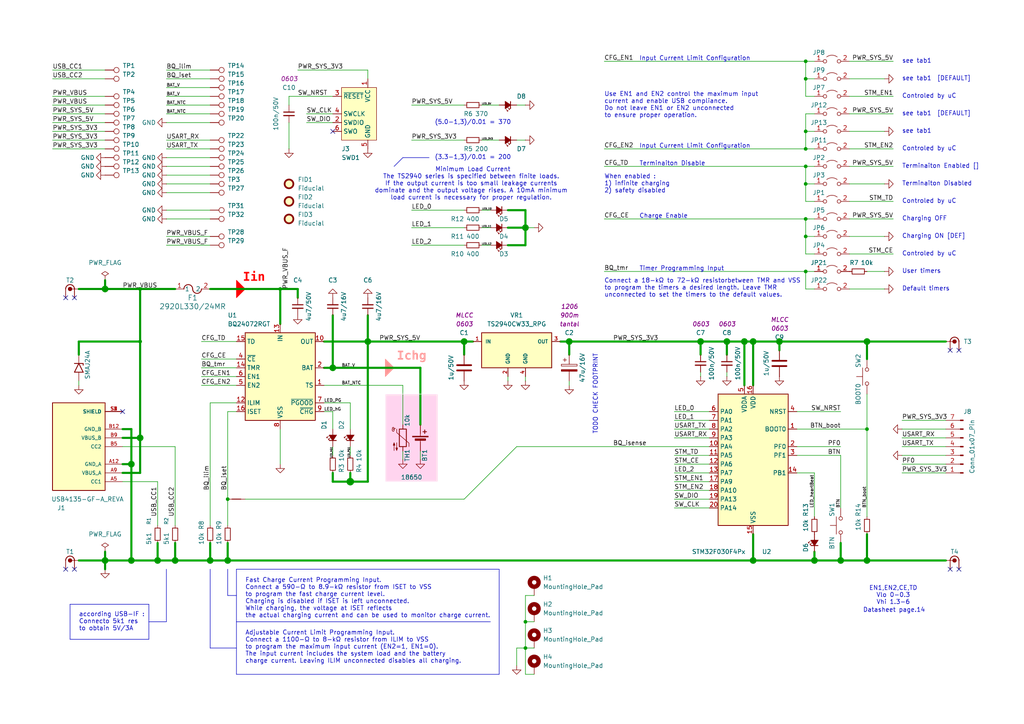
<source format=kicad_sch>
(kicad_sch (version 20250114) (generator "eeschema") (generator_version "9.0")
  (paper "A4")
  (rectangle (start 111.76 114.3) (end 127 139.7) (stroke (width 0) (color 255 255 255 1)) (fill (type color) (color 255 0 161 0.17)))
  (text "see tab1" (at 261.62 17.78 0) (effects (font (size 1.27 1.27)) (justify left)))
  (text "Input Current Limit Configuration" (at 185.42 43.18 0) (effects (font (size 1.27 1.27)) (justify left bottom)))
  (text "see tab1" (at 261.62 33.02 0) (effects (font (size 1.27 1.27)) (justify left)))
  (text "Connect a 18-kΩ to 72-kΩ resistorbetween TMR and VSS \nto program the timers a desired length. Leave TMR \nunconnected to set the timers to the default values." (at 175.26 86.36 0) (effects (font (size 1.27 1.27)) (justify left bottom)))
  (text "Terminaiton Disabled" (at 261.62 53.34 0) (effects (font (size 1.27 1.27)) (justify left)))
  (text "Charge Enable" (at 185.42 63.5 0) (effects (font (size 1.27 1.27)) (justify left bottom)))
  (text "Terminaiton Disable" (at 185.42 48.26 0) (effects (font (size 1.27 1.27)) (justify left bottom)))
  (text "Default timers" (at 261.62 83.82 0) (effects (font (size 1.27 1.27)) (justify left)))
  (text "Ichg" (at 119.38 104.14 0) (effects (font (size 2.54 2.54) (thickness 0.508) (bold yes))))
  (text "Input Current Limit Configuration" (at 185.42 17.78 0) (effects (font (size 1.27 1.27)) (justify left bottom)))
  (text "Charging OFF" (at 261.62 63.5 0) (effects (font (size 1.27 1.27)) (justify left)))
  (text "Controled by uC" (at 261.62 58.42 0) (effects (font (size 1.27 1.27)) (justify left)))
  (text "Controled by uC" (at 261.62 73.66 0) (effects (font (size 1.27 1.27)) (justify left)))
  (text "Terminaiton Enabled []" (at 261.62 48.26 0) (effects (font (size 1.27 1.27)) (justify left)))
  (text "When enabled :\n1) infinite charging\n2) safety disabled" (at 175.26 53.34 0) (effects (font (size 1.27 1.27)) (justify left)))
  (text "Iin" (at 73.66 81.28 0) (effects (font (size 2.54 2.54) (thickness 0.508) (bold yes))))
  (text "see tab1" (at 261.62 38.1 0) (effects (font (size 1.27 1.27)) (justify left)))
  (text "see tab1" (at 261.62 22.86 0) (effects (font (size 1.27 1.27)) (justify left)))
  (text "Vlo 0-0.3" (at 259.08 172.72 0) (effects (font (size 1.27 1.27))))
  (text "Fast Charge Current Programming Input. \nConnect a 590-Ω to 8.9-kΩ resistor from ISET to VSS\nto program the fast charge current level. \nCharging is disabled if ISET is left unconnected. \nWhile charging, the voltage at ISET reflects \nthe actual charging current and can be used to monitor charge current." (at 71.12 167.64 0) (effects (font (size 1.27 1.27)) (justify left top)))
  (text "Adjustable Current Limit Programming Input.\nConnect a 1100-Ω to 8-kΩ resistor from ILIM to VSS\nto program the maximum input current (EN2=1, EN1=0).\nThe input current includes the system load and the battery\ncharge current. Leaving ILIM unconnected disables all charging.\n" (at 71.12 182.88 0) (effects (font (size 1.27 1.27)) (justify left top)))
  (text "Datasheet page.14" (at 259.334 177.038 0) (effects (font (size 1.27 1.27))))
  (text "Controled by uC" (at 261.62 43.18 0) (effects (font (size 1.27 1.27)) (justify left)))
  (text "Use EN1 and EN2 control the maximum input \ncurrent and enable USB compliance. \nDo not leave EN1 or EN2 unconnected \nto ensure proper operation. " (at 175.26 30.48 0) (effects (font (size 1.27 1.27)) (justify left)))
  (text "(5.0-1,3)/0.01 = 370" (at 137.16 35.56 0) (effects (font (size 1.27 1.27))))
  (text "User timers" (at 261.62 78.74 0) (effects (font (size 1.27 1.27)) (justify left)))
  (text "Controled by uC" (at 261.62 27.94 0) (effects (font (size 1.27 1.27)) (justify left)))
  (text "(3.3-1,3)/0.01 = 200" (at 137.16 45.72 0) (effects (font (size 1.27 1.27))))
  (text "Vhi 1.3-6\n" (at 259.08 174.752 0) (effects (font (size 1.27 1.27))))
  (text "[DEFAULT]" (at 271.78 22.86 0) (effects (font (size 1.27 1.27)) (justify left)))
  (text "according USB-IF :\nConnecto 5k1 res \nto obtain 5V/3A" (at 22.86 180.34 0) (effects (font (size 1.27 1.27)) (justify left)))
  (text "Minimum Load Current\nThe TS2940 series is specified between finite loads. \nIf the output current is too small leakage currents \ndominate and the output voltage rises. A 10mA minimum \nload current is necessary for proper regulation. " (at 137.16 53.34 0) (effects (font (size 1.27 1.27))))
  (text "EN1,EN2,CE,TD" (at 259.08 170.688 0) (effects (font (size 1.27 1.27))))
  (text "TODO CHECK FOOTPRINT" (at 172.72 114.3 90) (effects (font (size 1.27 1.27))))
  (text "Charging ON [DEF]" (at 261.62 68.58 0) (effects (font (size 1.27 1.27)) (justify left)))
  (text "Timer Programming Input" (at 185.42 78.74 0) (effects (font (size 1.27 1.27)) (justify left bottom)))
  (text "[DEFAULT]" (at 271.78 33.02 0) (effects (font (size 1.27 1.27)) (justify left)))
  (junction (at 233.68 17.78))
  (junction (at 152.4 66.04) (diameter 1.778))
  (junction (at 134.62 99.06) (diameter 1.778))
  (junction (at 210.82 99.06) (diameter 1.778))
  (junction (at 45.72 162.56) (diameter 1.778))
  (junction (at 233.68 48.26))
  (junction (at 101.6 139.7) (diameter 2.032))
  (junction (at 30.48 162.56) (diameter 1.778))
  (junction (at 106.68 99.06) (diameter 1.778))
  (junction (at 236.22 162.56) (diameter 1.778))
  (junction (at 66.04 162.56) (diameter 1.778))
  (junction (at 30.48 83.82) (diameter 1.778))
  (junction (at 152.4 187.96))
  (junction (at 40.64 83.82))
  (junction (at 251.46 99.06) (diameter 1.778))
  (junction (at 40.64 127) (diameter 1.778))
  (junction (at 233.68 78.74))
  (junction (at 243.84 162.56) (diameter 1.778))
  (junction (at 38.1 162.56) (diameter 1.778))
  (junction (at 165.1 99.06) (diameter 1.778))
  (junction (at 233.68 53.34))
  (junction (at 233.68 63.5))
  (junction (at 38.1 134.62) (diameter 1.778))
  (junction (at 40.64 99.06))
  (junction (at 96.52 106.68) (diameter 1.778))
  (junction (at 152.4 180.34))
  (junction (at 218.44 99.06) (diameter 1.778))
  (junction (at 218.44 162.56) (diameter 1.778))
  (junction (at 233.68 68.58))
  (junction (at 215.9 99.06) (diameter 1.778))
  (junction (at 81.28 83.82))
  (junction (at 233.68 22.86))
  (junction (at 60.96 162.56) (diameter 1.778))
  (junction (at 233.68 43.18))
  (junction (at 226.06 99.06) (diameter 1.778))
  (junction (at 50.8 162.56) (diameter 1.778))
  (junction (at 203.2 99.06) (diameter 1.778))
  (junction (at 233.68 38.1))
  (junction (at 251.46 162.56) (diameter 1.778))
  (junction (at 66.04 144.78))
  (junction (at 251.46 124.46))
  (no_connect (at 275.59 101.6))
  (no_connect (at 21.59 165.1))
  (no_connect (at 21.59 86.36))
  (no_connect (at 35.56 119.38))
  (no_connect (at 19.05 86.36))
  (no_connect (at 96.52 38.1))
  (no_connect (at 278.13 101.6))
  (no_connect (at 278.13 165.1))
  (no_connect (at 275.59 165.1))
  (no_connect (at 19.05 165.1))
  (wire (pts (xy 134.62 40.64) (xy 119.38 40.64)))
  (wire (pts (xy 88.9 33.02) (xy 96.52 33.02)))
  (wire (pts (xy 236.22 17.78) (xy 233.68 17.78)))
  (wire (pts (xy 96.52 91.44) (xy 96.52 106.68)) (stroke (width 0.6096)))
  (polyline (pts (xy 68.58 180.34) (xy 142.24 180.34)))
  (wire (pts (xy 81.28 124.46) (xy 81.28 134.62)))
  (wire (pts (xy 256.54 78.74) (xy 251.46 78.74)))
  (wire (pts (xy 83.82 27.94) (xy 96.52 27.94)))
  (wire (pts (xy 81.28 83.82) (xy 86.36 83.82)) (stroke (width 0.6096)))
  (wire (pts (xy 45.72 139.7) (xy 45.72 152.4)))
  (wire (pts (xy 68.58 104.14) (xy 58.42 104.14)))
  (wire (pts (xy 195.58 147.32) (xy 205.74 147.32)))
  (wire (pts (xy 50.8 129.54) (xy 50.8 152.4)))
  (wire (pts (xy 30.48 38.1) (xy 15.24 38.1)))
  (wire (pts (xy 71.12 144.78) (xy 134.62 144.78)))
  (wire (pts (xy 246.38 83.82) (xy 256.54 83.82)))
  (wire (pts (xy 35.56 134.62) (xy 38.1 134.62)) (stroke (width 0.6096)))
  (wire (pts (xy 66.04 119.38) (xy 68.58 119.38)))
  (wire (pts (xy 152.4 180.34) (xy 152.4 187.96)))
  (wire (pts (xy 251.46 99.06) (xy 251.46 104.14)) (stroke (width 0.6096)))
  (wire (pts (xy 236.22 43.18) (xy 233.68 43.18)))
  (wire (pts (xy 226.06 99.06) (xy 226.06 101.6)) (stroke (width 0.6096)))
  (wire (pts (xy 139.7 71.12) (xy 142.24 71.12)))
  (wire (pts (xy 233.68 22.86) (xy 233.68 27.94)))
  (wire (pts (xy 144.78 30.48) (xy 139.7 30.48)))
  (wire (pts (xy 30.48 81.28) (xy 30.48 83.82)) (stroke (width 0.6096)))
  (wire (pts (xy 15.24 40.64) (xy 30.48 40.64)))
  (wire (pts (xy 60.96 162.56) (xy 66.04 162.56)) (stroke (width 0.6096)))
  (wire (pts (xy 58.42 109.22) (xy 68.58 109.22)))
  (wire (pts (xy 101.6 132.08) (xy 101.6 129.54)))
  (wire (pts (xy 93.98 116.84) (xy 101.6 116.84)))
  (wire (pts (xy 50.8 162.56) (xy 60.96 162.56)) (stroke (width 0.6096)))
  (wire (pts (xy 236.22 68.58) (xy 233.68 68.58)))
  (wire (pts (xy 152.4 66.04) (xy 154.94 66.04)))
  (wire (pts (xy 60.96 116.84) (xy 68.58 116.84)))
  (wire (pts (xy 233.68 17.78) (xy 233.68 22.86)))
  (wire (pts (xy 40.64 83.82) (xy 50.8 83.82)) (stroke (width 0.6096)))
  (wire (pts (xy 231.14 124.46) (xy 251.46 124.46)))
  (wire (pts (xy 256.54 53.34) (xy 246.38 53.34)))
  (wire (pts (xy 96.52 119.38) (xy 96.52 124.46)))
  (wire (pts (xy 139.7 60.96) (xy 142.24 60.96)))
  (wire (pts (xy 119.38 60.96) (xy 134.62 60.96)))
  (wire (pts (xy 22.86 110.49) (xy 22.86 111.76)))
  (wire (pts (xy 101.6 116.84) (xy 101.6 124.46)))
  (wire (pts (xy 236.22 137.16) (xy 236.22 149.86)))
  (wire (pts (xy 218.44 154.94) (xy 218.44 162.56)) (stroke (width 0.6096)))
  (wire (pts (xy 147.32 60.96) (xy 152.4 60.96)) (stroke (width 0.6096)))
  (wire (pts (xy 119.38 71.12) (xy 134.62 71.12)))
  (wire (pts (xy 121.92 130.81) (xy 121.92 133.35)))
  (wire (pts (xy 233.68 53.34) (xy 233.68 58.42)))
  (wire (pts (xy 101.6 137.16) (xy 101.6 139.7)) (stroke (width 0.6096)))
  (wire (pts (xy 231.14 137.16) (xy 236.22 137.16)))
  (wire (pts (xy 121.92 106.68) (xy 121.92 123.19)) (stroke (width 0.6096)))
  (wire (pts (xy 149.86 187.96) (xy 149.86 193.04)))
  (wire (pts (xy 38.1 124.46) (xy 38.1 134.62)) (stroke (width 0.6096)))
  (wire (pts (xy 261.62 129.54) (xy 274.32 129.54)))
  (wire (pts (xy 48.26 25.4) (xy 60.96 25.4)))
  (polyline (pts (xy 20.32 185.42) (xy 43.18 185.42)))
  (wire (pts (xy 259.08 17.78) (xy 246.38 17.78)))
  (wire (pts (xy 45.72 162.56) (xy 50.8 162.56)) (stroke (width 0.6096)))
  (wire (pts (xy 236.22 78.74) (xy 233.68 78.74)))
  (wire (pts (xy 246.38 58.42) (xy 259.08 58.42)))
  (wire (pts (xy 40.64 99.06) (xy 40.64 127)) (stroke (width 0.6096)))
  (wire (pts (xy 259.08 63.5) (xy 246.38 63.5)))
  (wire (pts (xy 152.4 71.12) (xy 152.4 66.04)) (stroke (width 0.6096)))
  (wire (pts (xy 66.04 144.78) (xy 66.04 152.4)))
  (wire (pts (xy 152.4 187.96) (xy 152.4 195.58)))
  (wire (pts (xy 195.58 119.38) (xy 205.74 119.38)))
  (wire (pts (xy 48.26 71.12) (xy 60.96 71.12)))
  (wire (pts (xy 144.78 40.64) (xy 139.7 40.64)))
  (wire (pts (xy 195.58 124.46) (xy 205.74 124.46)))
  (wire (pts (xy 215.9 99.06) (xy 218.44 99.06)) (stroke (width 0.6096)))
  (wire (pts (xy 22.86 99.06) (xy 40.64 99.06)) (stroke (width 0.6096)))
  (polyline (pts (xy 114.3 48.26) (xy 116.84 45.72)))
  (wire (pts (xy 195.58 142.24) (xy 205.74 142.24)))
  (wire (pts (xy 236.22 83.82) (xy 233.68 83.82)))
  (wire (pts (xy 251.46 99.06) (xy 274.32 99.06)) (stroke (width 0.6096)))
  (polyline (pts (xy 48.26 165.1) (xy 48.26 180.34)))
  (polyline (pts (xy 48.26 180.34) (xy 43.18 180.34)))
  (wire (pts (xy 195.58 127) (xy 205.74 127)))
  (wire (pts (xy 162.56 99.06) (xy 165.1 99.06)) (stroke (width 0.6096)))
  (wire (pts (xy 30.48 165.1) (xy 30.48 162.56)) (stroke (width 0.6096)))
  (wire (pts (xy 195.58 144.78) (xy 205.74 144.78)))
  (wire (pts (xy 210.82 99.06) (xy 210.82 102.87)) (stroke (width 0.6096)))
  (wire (pts (xy 96.52 132.08) (xy 96.52 129.54)))
  (polyline (pts (xy 60.96 165.1) (xy 60.96 187.96)))
  (wire (pts (xy 60.96 83.82) (xy 81.28 83.82)) (stroke (width 0.6096)))
  (wire (pts (xy 147.32 109.22) (xy 147.32 110.49)))
  (wire (pts (xy 15.24 35.56) (xy 30.48 35.56)))
  (wire (pts (xy 15.24 22.86) (xy 30.48 22.86)))
  (wire (pts (xy 134.62 99.06) (xy 134.62 102.87)) (stroke (width 0.6096)))
  (wire (pts (xy 86.36 20.32) (xy 106.68 20.32)))
  (wire (pts (xy 48.26 68.58) (xy 60.96 68.58)))
  (wire (pts (xy 195.58 132.08) (xy 205.74 132.08)))
  (wire (pts (xy 22.86 99.06) (xy 22.86 102.87)) (stroke (width 0.6096)))
  (wire (pts (xy 231.14 119.38) (xy 243.84 119.38)))
  (wire (pts (xy 233.68 48.26) (xy 233.68 53.34)))
  (wire (pts (xy 48.26 35.56) (xy 60.96 35.56)))
  (wire (pts (xy 106.68 139.7) (xy 106.68 99.06)) (stroke (width 0.6096)))
  (wire (pts (xy 48.26 63.5) (xy 60.96 63.5)))
  (wire (pts (xy 40.64 83.82) (xy 40.64 99.06)) (stroke (width 0.6096)))
  (wire (pts (xy 243.84 162.56) (xy 251.46 162.56)) (stroke (width 0.6096)))
  (wire (pts (xy 195.58 121.92) (xy 205.74 121.92)))
  (wire (pts (xy 243.84 157.48) (xy 243.84 162.56)) (stroke (width 0.6096)))
  (polyline (pts (xy 60.96 187.96) (xy 68.58 187.96)))
  (wire (pts (xy 48.26 40.64) (xy 60.96 40.64)))
  (wire (pts (xy 83.82 27.94) (xy 83.82 30.48)))
  (polyline (pts (xy 144.78 195.58) (xy 144.78 165.1)))
  (wire (pts (xy 218.44 162.56) (xy 236.22 162.56)) (stroke (width 0.6096)))
  (wire (pts (xy 30.48 162.56) (xy 38.1 162.56)) (stroke (width 0.6096)))
  (polyline (pts (xy 43.18 180.34) (xy 43.18 175.26)))
  (wire (pts (xy 83.82 35.56) (xy 83.82 43.18)))
  (wire (pts (xy 48.26 30.48) (xy 60.96 30.48)))
  (wire (pts (xy 38.1 134.62) (xy 38.1 162.56)) (stroke (width 0.6096)))
  (wire (pts (xy 149.86 187.96) (xy 152.4 187.96)))
  (wire (pts (xy 96.52 137.16) (xy 96.52 139.7)) (stroke (width 0.6096)))
  (wire (pts (xy 246.38 27.94) (xy 259.08 27.94)))
  (wire (pts (xy 48.26 33.02) (xy 60.96 33.02)))
  (polyline (pts (xy 66.04 172.72) (xy 68.58 172.72)))
  (wire (pts (xy 60.96 157.48) (xy 60.96 162.56)) (stroke (width 0.6096)))
  (wire (pts (xy 154.94 180.34) (xy 152.4 180.34)))
  (wire (pts (xy 38.1 162.56) (xy 45.72 162.56)) (stroke (width 0.6096)))
  (wire (pts (xy 66.04 157.48) (xy 66.04 162.56)) (stroke (width 0.6096)))
  (wire (pts (xy 218.44 99.06) (xy 218.44 111.76)) (stroke (width 0.6096)))
  (wire (pts (xy 195.58 139.7) (xy 205.74 139.7)))
  (wire (pts (xy 236.22 160.02) (xy 236.22 162.56)) (stroke (width 0.6096)))
  (wire (pts (xy 48.26 27.94) (xy 60.96 27.94)))
  (wire (pts (xy 96.52 139.7) (xy 101.6 139.7)) (stroke (width 0.6096)))
  (wire (pts (xy 22.86 162.56) (xy 30.48 162.56)) (stroke (width 0.6096)))
  (wire (pts (xy 246.38 73.66) (xy 259.08 73.66)))
  (wire (pts (xy 106.68 20.32) (xy 106.68 22.86)))
  (wire (pts (xy 246.38 43.18) (xy 259.08 43.18)))
  (wire (pts (xy 116.84 111.76) (xy 116.84 123.19)))
  (wire (pts (xy 175.26 17.78) (xy 233.68 17.78)))
  (wire (pts (xy 152.4 195.58) (xy 154.94 195.58)))
  (wire (pts (xy 215.9 99.06) (xy 215.9 111.76)) (stroke (width 0.6096)))
  (wire (pts (xy 48.26 53.34) (xy 60.96 53.34)))
  (polyline (pts (xy 68.58 165.1) (xy 144.78 165.1)))
  (wire (pts (xy 165.1 110.49) (xy 165.1 111.76)))
  (wire (pts (xy 134.62 144.78) (xy 149.86 129.54)))
  (wire (pts (xy 261.62 124.46) (xy 274.32 124.46)))
  (wire (pts (xy 236.22 22.86) (xy 233.68 22.86)))
  (wire (pts (xy 66.04 119.38) (xy 66.04 144.78)))
  (wire (pts (xy 236.22 58.42) (xy 233.68 58.42)))
  (wire (pts (xy 35.56 137.16) (xy 40.64 137.16)) (stroke (width 0.6096)))
  (wire (pts (xy 15.24 30.48) (xy 30.48 30.48)))
  (wire (pts (xy 116.84 130.81) (xy 116.84 133.35)))
  (polyline (pts (xy 20.32 175.26) (xy 20.32 185.42)))
  (wire (pts (xy 195.58 137.16) (xy 205.74 137.16)))
  (wire (pts (xy 50.8 157.48) (xy 50.8 162.56)) (stroke (width 0.6096)))
  (wire (pts (xy 210.82 107.95) (xy 210.82 109.22)))
  (wire (pts (xy 48.26 55.88) (xy 60.96 55.88)))
  (wire (pts (xy 119.38 66.04) (xy 134.62 66.04)))
  (wire (pts (xy 22.86 83.82) (xy 30.48 83.82)) (stroke (width 0.6096)))
  (wire (pts (xy 251.46 154.94) (xy 251.46 162.56)) (stroke (width 0.6096)))
  (wire (pts (xy 152.4 30.48) (xy 149.86 30.48)))
  (polyline (pts (xy 68.58 195.58) (xy 144.78 195.58)))
  (wire (pts (xy 68.58 99.06) (xy 58.42 99.06)))
  (wire (pts (xy 233.68 33.02) (xy 236.22 33.02)))
  (wire (pts (xy 236.22 53.34) (xy 233.68 53.34)))
  (wire (pts (xy 86.36 83.82) (xy 86.36 86.36)) (stroke (width 0.6096)))
  (wire (pts (xy 205.74 134.62) (xy 195.58 134.62)))
  (wire (pts (xy 147.32 71.12) (xy 152.4 71.12)) (stroke (width 0.6096)))
  (wire (pts (xy 218.44 99.06) (xy 226.06 99.06)) (stroke (width 0.6096)))
  (wire (pts (xy 60.96 116.84) (xy 60.96 152.4)))
  (wire (pts (xy 48.26 48.26) (xy 60.96 48.26)))
  (wire (pts (xy 261.62 127) (xy 274.32 127)))
  (wire (pts (xy 231.14 129.54) (xy 243.84 129.54)))
  (wire (pts (xy 243.84 132.08) (xy 243.84 147.32)))
  (wire (pts (xy 152.4 172.72) (xy 154.94 172.72)))
  (wire (pts (xy 175.26 78.74) (xy 233.68 78.74)))
  (wire (pts (xy 261.62 134.62) (xy 274.32 134.62)))
  (wire (pts (xy 233.68 78.74) (xy 233.68 83.82)))
  (wire (pts (xy 152.4 187.96) (xy 154.94 187.96)))
  (wire (pts (xy 35.56 129.54) (xy 50.8 129.54)))
  (wire (pts (xy 88.9 35.56) (xy 96.52 35.56)))
  (wire (pts (xy 175.26 63.5) (xy 233.68 63.5)))
  (wire (pts (xy 68.58 111.76) (xy 58.42 111.76)))
  (wire (pts (xy 149.86 129.54) (xy 205.74 129.54)))
  (wire (pts (xy 236.22 73.66) (xy 233.68 73.66)))
  (wire (pts (xy 259.08 33.02) (xy 246.38 33.02)))
  (wire (pts (xy 35.56 139.7) (xy 45.72 139.7)))
  (wire (pts (xy 134.62 99.06) (xy 137.16 99.06)) (stroke (width 0.6096)))
  (wire (pts (xy 15.24 20.32) (xy 30.48 20.32)))
  (wire (pts (xy 93.98 111.76) (xy 116.84 111.76)))
  (wire (pts (xy 106.68 99.06) (xy 134.62 99.06)) (stroke (width 0.6096)))
  (polyline (pts (xy 68.58 165.1) (xy 68.58 195.58)))
  (wire (pts (xy 96.52 106.68) (xy 121.92 106.68)) (stroke (width 0.6096)))
  (wire (pts (xy 35.56 124.46) (xy 38.1 124.46)) (stroke (width 0.6096)))
  (wire (pts (xy 147.32 66.04) (xy 152.4 66.04)) (stroke (width 0.6096)))
  (wire (pts (xy 203.2 107.95) (xy 203.2 109.22)))
  (wire (pts (xy 48.26 20.32) (xy 60.96 20.32)))
  (wire (pts (xy 40.64 137.16) (xy 40.64 127)) (stroke (width 0.6096)))
  (wire (pts (xy 231.14 132.08) (xy 243.84 132.08)))
  (wire (pts (xy 261.62 137.16) (xy 274.32 137.16)))
  (wire (pts (xy 236.22 63.5) (xy 233.68 63.5)))
  (wire (pts (xy 175.26 48.26) (xy 233.68 48.26)))
  (wire (pts (xy 81.28 83.82) (xy 81.28 93.98)) (stroke (width 0.6096)))
  (wire (pts (xy 30.48 83.82) (xy 40.64 83.82)) (stroke (width 0.6096)))
  (wire (pts (xy 48.26 22.86) (xy 60.96 22.86)))
  (wire (pts (xy 256.54 68.58) (xy 246.38 68.58)))
  (wire (pts (xy 251.46 114.3) (xy 251.46 124.46)))
  (wire (pts (xy 261.62 132.08) (xy 274.32 132.08)))
  (wire (pts (xy 233.68 33.02) (xy 233.68 38.1)))
  (wire (pts (xy 236.22 162.56) (xy 243.84 162.56)) (stroke (width 0.6096)))
  (wire (pts (xy 259.08 48.26) (xy 246.38 48.26)))
  (polyline (pts (xy 66.04 165.1) (xy 66.04 172.72)))
  (wire (pts (xy 15.24 43.18) (xy 30.48 43.18)))
  (wire (pts (xy 226.06 99.06) (xy 251.46 99.06)) (stroke (width 0.6096)))
  (wire (pts (xy 203.2 99.06) (xy 210.82 99.06)) (stroke (width 0.6096)))
  (wire (pts (xy 251.46 124.46) (xy 251.46 149.86)))
  (wire (pts (xy 236.22 48.26) (xy 233.68 48.26)))
  (wire (pts (xy 236.22 27.94) (xy 233.68 27.94)))
  (wire (pts (xy 45.72 157.48) (xy 45.72 162.56)) (stroke (width 0.6096)))
  (wire (pts (xy 210.82 99.06) (xy 215.9 99.06)) (stroke (width 0.6096)))
  (wire (pts (xy 139.7 66.04) (xy 142.24 66.04)))
  (wire (pts (xy 152.4 109.22) (xy 152.4 110.49)))
  (wire (pts (xy 152.4 40.64) (xy 149.86 40.64)))
  (wire (pts (xy 101.6 139.7) (xy 106.68 139.7)) (stroke (width 0.6096)))
  (wire (pts (xy 93.98 106.68) (xy 96.52 106.68)) (stroke (width 0.6096)))
  (wire (pts (xy 152.4 172.72) (xy 152.4 180.34)))
  (wire (pts (xy 261.62 121.92) (xy 274.32 121.92)))
  (wire (pts (xy 35.56 127) (xy 40.64 127)) (stroke (width 0.6096)))
  (wire (pts (xy 233.68 63.5) (xy 233.68 68.58)))
  (wire (pts (xy 68.58 106.68) (xy 58.42 106.68)))
  (polyline (pts (xy 43.18 180.34) (xy 43.18 185.42)))
  (wire (pts (xy 134.62 30.48) (xy 119.38 30.48)))
  (wire (pts (xy 203.2 99.06) (xy 203.2 102.87)) (stroke (width 0.6096)))
  (wire (pts (xy 48.26 43.18) (xy 60.96 43.18)))
  (wire (pts (xy 233.68 43.18) (xy 233.68 38.1)))
  (wire (pts (xy 66.04 162.56) (xy 218.44 162.56)) (stroke (width 0.6096)))
  (wire (pts (xy 251.46 162.56) (xy 274.32 162.56)) (stroke (width 0.6096)))
  (wire (pts (xy 48.26 60.96) (xy 60.96 60.96)))
  (wire (pts (xy 30.48 33.02) (xy 15.24 33.02)))
  (wire (pts (xy 152.4 66.04) (xy 152.4 60.96)) (stroke (width 0.6096)))
  (wire (pts (xy 256.54 38.1) (xy 246.38 38.1)))
  (wire (pts (xy 256.54 22.86) (xy 246.38 22.86)))
  (wire (pts (xy 30.48 160.02) (xy 30.48 162.56)) (stroke (width 0.6096)))
  (wire (pts (xy 96.52 119.38) (xy 93.98 119.38)))
  (wire (pts (xy 48.26 45.72) (xy 60.96 45.72)))
  (wire (pts (xy 165.1 99.06) (xy 203.2 99.06)) (stroke (width 0.6096)))
  (wire (pts (xy 30.48 27.94) (xy 15.24 27.94)))
  (polyline (pts (xy 43.18 175.26) (xy 20.32 175.26)))
  (wire (pts (xy 165.1 99.06) (xy 165.1 102.87)) (stroke (width 0.6096)))
  (wire (pts (xy 106.68 99.06) (xy 106.68 91.44)) (stroke (width 0.6096)))
  (wire (pts (xy 175.26 43.18) (xy 233.68 43.18)))
  (polyline (pts (xy 116.84 45.72) (xy 124.46 45.72)))
  (wire (pts (xy 48.26 50.8) (xy 60.96 50.8)))
  (wire (pts (xy 93.98 99.06) (xy 106.68 99.06)) (stroke (width 0.6096)))
  (wire (pts (xy 233.68 68.58) (xy 233.68 73.66)))
  (wire (pts (xy 236.22 38.1) (xy 233.68 38.1)))
  (label "PWR_VBUS_F" (at 48.26 68.58 0))
  (label "USB_CC1" (at 15.24 20.32 0))
  (label "BQ_tmr" (at 58.42 106.68 0))
  (label "BQ_iset" (at 48.26 22.86 0))
  (label "PWR_SYS_3V3" (at 119.38 40.64 0))
  (label "BTN_boot" (at 243.84 124.46 180))
  (label "BAT_NTC" (at 48.26 33.02 0) (effects (font (size 0.889 0.889))))
  (label "CFG_EN2" (at 58.42 111.76 0))
  (label "CFG_EN1" (at 175.26 17.78 0))
  (label "USART_RX" (at 261.62 127 0))
  (label "PWR_SYS_5V" (at 259.08 17.78 180))
  (label "USART_RX" (at 195.58 127 0))
  (label "BQ_ilim" (at 48.26 20.32 0))
  (label "LED_10" (at 139.7512 60.96 0) (effects (font (size 0.508 0.508))))
  (label "PWR_VBUS" (at 15.24 30.48 0))
  (label "LED_heartBeat" (at 236.22 147.32 90) (effects (font (size 0.889 0.889))))
  (label "STM_CE" (at 259.08 73.66 180))
  (label "BQ_tmr" (at 175.26 78.74 0))
  (label "PWR_VBUS" (at 35.56 83.82 0))
  (label "LED_1" (at 119.38 66.04 0))
  (label "CFG_EN2" (at 175.26 43.18 0))
  (label "SW_NRST" (at 243.84 119.38 180))
  (label "SW_CLK" (at 195.58 147.32 0))
  (label "USB_CC1" (at 45.72 149.86 90))
  (label "LED_3V3" (at 139.7 40.64 0) (effects (font (size 0.508 0.508))))
  (label "LED_1" (at 195.58 121.92 0))
  (label "LED_0" (at 119.38 60.96 0))
  (label "PWR_VBUS" (at 15.24 27.94 0))
  (label "BAT_NTC" (at 99.06 111.76 0) (effects (font (size 0.889 0.889))))
  (label "LED_PG" (at 93.98 116.84 0) (effects (font (size 0.889 0.889))))
  (label "BTN_boot" (at 251.46 147.32 90) (effects (font (size 0.889 0.889))))
  (label "PWR_SYS_3V3" (at 15.24 38.1 0))
  (label "BQ_ilim" (at 60.96 142.24 90))
  (label "LED_2" (at 119.38 71.12 0))
  (label "BTN" (at 243.84 132.08 180))
  (label "PWR_SYS_3V3" (at 261.62 121.92 0))
  (label "PWR_SYS_5V" (at 121.92 99.06 180))
  (label "PWR_SYS_5V" (at 119.38 30.48 0))
  (label "USART_RX" (at 48.26 40.64 0))
  (label "LED_12" (at 139.7 71.12 0) (effects (font (size 0.508 0.508))))
  (label "BAT_V" (at 99.06 106.68 0) (effects (font (size 0.889 0.889))))
  (label "LED_11" (at 139.7 66.04 0) (effects (font (size 0.508 0.508))))
  (label "USART_TX" (at 48.26 43.18 0))
  (label "CFG_CE" (at 175.26 63.5 0))
  (label "CFG_TD" (at 175.26 48.26 0))
  (label "STM_EN2" (at 259.08 43.18 180))
  (label "PF0" (at 243.84 129.54 180))
  (label "CFG_EN1" (at 58.42 109.22 0))
  (label "STM_EN1" (at 195.58 139.7 0))
  (label "USB_CC2" (at 50.8 149.86 90))
  (label "STM_CE" (at 195.58 134.62 0))
  (label "CFG_TD" (at 58.42 99.06 0))
  (label "USB_CC2" (at 15.24 22.86 0))
  (label "LED_2" (at 195.58 137.16 0))
  (label "PWR_SYS_5V" (at 259.08 63.5 180))
  (label "BQ_isense" (at 177.8 129.54 0))
  (label "STM_TD" (at 259.08 58.42 180))
  (label "LED_5V" (at 139.7 30.48 0) (effects (font (size 0.508 0.508))))
  (label "CFG_CE" (at 58.42 104.14 0))
  (label "BTN" (at 243.84 147.32 90) (effects (font (size 0.889 0.889))))
  (label "PWR_SYS_3V3" (at 15.24 40.64 0))
  (label "BAT_NTC" (at 48.26 30.48 0) (effects (font (size 0.889 0.889))))
  (label "PF0" (at 261.62 134.62 0))
  (label "BAT_V" (at 48.26 25.4 0) (effects (font (size 0.889 0.889))))
  (label "LED_0" (at 195.58 119.38 0))
  (label "SW_CLK" (at 88.9 33.02 0))
  (label "PWR_VBUS_F" (at 83.82 83.82 90))
  (label "LED_PG1" (at 101.6 129.54 270) (effects (font (size 0.508 0.508))))
  (label "STM_EN1" (at 259.08 27.94 180))
  (label "LED_hG" (at 93.98 119.38 0) (effects (font (size 0.889 0.889))))
  (label "PWR_SYS_5V" (at 15.24 35.56 0))
  (label "SW_DIO" (at 88.9 35.56 0))
  (label "PWR_SYS_3V3" (at 15.24 43.18 0))
  (label "BAT_V" (at 48.26 27.94 0) (effects (font (size 0.889 0.889))))
  (label "LED_hG1" (at 96.52 129.54 270) (effects (font (size 0.508 0.508))))
  (label "PWR_SYS_5V" (at 259.08 33.02 180))
  (label "PWR_SYS_5V" (at 15.24 33.02 0))
  (label "SW_DIO" (at 195.58 144.78 0))
  (label "USART_TX" (at 261.62 129.54 0))
  (label "PWR_SYS_5V" (at 259.08 48.26 180))
  (label "PWR_SYS_3V3" (at 86.36 20.32 0))
  (label "STM_TD" (at 195.58 132.08 0))
  (label "SW_NRST" (at 86.36 27.94 0))
  (label "PWR_SYS_3V3" (at 177.8 99.06 0))
  (label "PWR_SYS_3V3" (at 261.62 137.16 0))
  (label "USART_TX" (at 195.58 124.46 0))
  (label "BQ_iset" (at 66.04 142.24 90))
  (label "PWR_VBUS_F" (at 48.26 71.12 0))
  (label "STM_EN2" (at 195.58 142.24 0))
  (rule_area (polyline (pts (xy 71.12 83.82) (xy 71.12 83.82) (xy 68.58 86.36) (xy 68.58 81.28)) (fill (type color) (color 255 0 4 1))))
  (rule_area (polyline (pts (xy 114.3 106.68) (xy 114.3 106.68) (xy 111.76 109.22) (xy 111.76 104.14)) (stroke (width 0) (color 255 150 150 1)) (fill (type color) (color 255 150 150 1))))
  (symbol (lib_id "__Littelfuse_2920L330:2920L330_24MR") (at 50.8 83.82 0) (unit 1)
    (property "Reference" "F1" (at 55.88 86.36 0) (effects (font (size 1.524 1.524))))
    (property "Value" "2920L330/24MR" (at 55.88 88.9 0) (effects (font (size 1.524 1.524))))
    (property "Footprint" "__Littelfuse_2920L330:FUSE_2920L330_24MR_LTF" (effects (hide yes)))
    (property "Datasheet" "2920L330/24MR" (effects (hide yes)))
  )
  (symbol (lib_id "power:GND") (at 134.62 110.49 0) (unit 1)
    (property "Reference" "#PWR07" (effects (hide yes)))
    (property "Value" "GND" (effects (hide yes)))
    (property "Description" "Power symbol creates a global label with name \"GND\" , ground" (effects (hide yes)))
  )
  (symbol (lib_id "Connector:TestPoint") (at 30.48 33.02 270) (unit 1)
    (property "Reference" "TP6" (at 35.56 31.7499 90) (effects (justify left)))
    (property "Value" "5V" (effects (hide yes)))
    (property "Footprint" "TestPoint:TestPoint_Pad_D1.0mm" (effects (hide yes)))
    (property "Description" "5V" (effects (hide yes)))
  )
  (symbol (lib_id "power:GND") (at 30.48 45.72 270) (mirror x) (unit 1)
    (property "Reference" "#PWR029" (effects (hide yes)))
    (property "Value" "GND" (at 25.4 45.72 90))
    (property "Description" "Power symbol creates a global label with name \"GND\" , ground" (effects (hide yes)))
  )
  (symbol (lib_id "Mechanical:MountingHole_Pad") (at 154.94 170.18 0) (unit 1) (in_bom no)
    (property "Reference" "H1" (at 157.48 167.6399 0) (effects (justify left)))
    (property "Value" "MountingHole_Pad" (at 157.48 170.1799 0) (effects (justify left)))
    (property "Footprint" "MountingHole:MountingHole_3.2mm_M3_Pad_Via" (effects (hide yes)))
    (property "Description" "Mounting Hole with connection" (effects (hide yes)))
  )
  (symbol (lib_id "Connector:TestPoint") (at 60.96 27.94 270) (unit 1)
    (property "Reference" "TP17" (at 66.04 26.6699 90) (effects (justify left)))
    (property "Value" "VBATT" (effects (hide yes)))
    (property "Footprint" "TestPoint:TestPoint_Pad_D1.0mm" (effects (hide yes)))
    (property "Description" "VBATT" (effects (hide yes)))
  )
  (symbol (lib_id "Device:LED_Small_Filled") (at 144.78 60.96 180) (unit 1)
    (property "Reference" "D5" (at 144.78 63.5 0) (effects (justify right)))
    (property "Value" "LED_Small_Filled" (effects (hide yes)))
    (property "Footprint" "LED_SMD:LED_1210_3225Metric" (effects (hide yes)))
    (property "Description" "Light emitting diode, small symbol, filled shape" (effects (hide yes)))
    (property "Sim.Pins" "1=K 2=A" (effects (hide yes)))
  )
  (symbol (lib_id "Connector:TestPoint") (at 30.48 20.32 270) (unit 1)
    (property "Reference" "TP1" (at 35.56 19.0499 90) (effects (justify left)))
    (property "Value" "CC1" (effects (hide yes)))
    (property "Footprint" "TestPoint:TestPoint_Pad_D1.0mm" (effects (hide yes)))
    (property "Description" "CC1" (effects (hide yes)))
  )
  (symbol (lib_id "Device:LED_Small_Filled") (at 147.32 40.64 180) (unit 1)
    (property "Reference" "D7" (at 149.86 43.18 0) (effects (justify right)))
    (property "Value" "LED_Small_Filled" (effects (hide yes)))
    (property "Footprint" "LED_SMD:LED_1210_3225Metric" (effects (hide yes)))
    (property "Description" "Light emitting diode, small symbol, filled shape" (effects (hide yes)))
    (property "Sim.Pins" "1=K 2=A" (effects (hide yes)))
  )
  (symbol (lib_id "power:PWR_FLAG") (at 30.48 81.28 0) (unit 1)
    (property "Reference" "#FLG01" (effects (hide yes)))
    (property "Value" "PWR_FLAG" (at 30.48 76.2 0))
    (property "Description" "Special symbol for telling ERC where power comes from" (effects (hide yes)))
  )
  (symbol (lib_id "power:GND") (at 116.84 133.35 0) (unit 1)
    (property "Reference" "#PWR020" (effects (hide yes)))
    (property "Value" "GND" (effects (hide yes)))
    (property "Description" "Power symbol creates a global label with name \"GND\" , ground" (effects (hide yes)))
  )
  (symbol (lib_id "Device:C_Small") (at 83.82 33.02 0) (unit 1)
    (property "Reference" "C10" (at 83.82 25.4 0))
    (property "Value" "100n/50V" (at 80.01 33.02 90))
    (property "Footprint" "Capacitor_SMD:C_0603_1608Metric_Pad1.08x0.95mm_HandSolder" (effects (hide yes)))
    (property "Description" "Unpolarized capacitor, small symbol" (effects (hide yes)))
    (property "Package" "0603" (at 83.82 22.86 0) (effects (font (italic yes))))
  )
  (symbol (lib_id "power:GND") (at 152.4 30.48 90) (unit 1)
    (property "Reference" "#PWR027" (effects (hide yes)))
    (property "Value" "GND" (effects (hide yes)))
    (property "Description" "Power symbol creates a global label with name \"GND\" , ground" (effects (hide yes)))
  )
  (symbol (lib_id "Mechanical:Fiducial") (at 83.82 58.42 0) (unit 1) (in_bom no)
    (property "Reference" "FID2" (at 86.36 57.1499 0) (effects (justify left)))
    (property "Value" "Fiducial" (at 86.36 59.6899 0) (effects (justify left)))
    (property "Footprint" "Fiducial:Fiducial_0.5mm_Mask1mm" (effects (hide yes)))
    (property "Description" "Fiducial Marker" (effects (hide yes)))
  )
  (symbol (lib_id "power:GND") (at 256.54 22.86 90) (unit 1)
    (property "Reference" "#PWR023" (effects (hide yes)))
    (property "Value" "GND" (effects (hide yes)))
    (property "Description" "Power symbol creates a global label with name \"GND\" , ground" (effects (hide yes)))
  )
  (symbol (lib_id "power:GND") (at 210.82 109.22 0) (unit 1)
    (property "Reference" "#PWR02" (effects (hide yes)))
    (property "Value" "GND" (effects (hide yes)))
    (property "Description" "Power symbol creates a global label with name \"GND\" , ground" (effects (hide yes)))
  )
  (symbol (lib_id "power:GND") (at 256.54 68.58 90) (unit 1)
    (property "Reference" "#PWR015" (effects (hide yes)))
    (property "Value" "GND" (effects (hide yes)))
    (property "Description" "Power symbol creates a global label with name \"GND\" , ground" (effects (hide yes)))
  )
  (symbol (lib_id "__schutzinger_SWEB_8094:SWEB_8094") (at 20.32 83.82 0) (unit 1)
    (property "Reference" "T2" (at 20.32 81.28 0))
    (property "Value" "SWEB_8094" (effects (hide yes)))
    (property "Footprint" "__Schutzinger_SWEB_8094:SWEB_8094_GE" (effects (hide yes)))
    (property "Description" "Banana connector" (effects (hide yes)))
  )
  (symbol (lib_id "power:GND") (at 96.52 86.36 180) (unit 1)
    (property "Reference" "#PWR05" (effects (hide yes)))
    (property "Value" "GND" (effects (hide yes)))
    (property "Description" "Power symbol creates a global label with name \"GND\" , ground" (effects (hide yes)))
  )
  (symbol (lib_id "power:GND") (at 256.54 53.34 90) (unit 1)
    (property "Reference" "#PWR013" (effects (hide yes)))
    (property "Value" "GND" (effects (hide yes)))
    (property "Description" "Power symbol creates a global label with name \"GND\" , ground" (effects (hide yes)))
  )
  (symbol (lib_id "power:GND") (at 30.48 165.1 0) (unit 1)
    (property "Reference" "#PWR026" (effects (hide yes)))
    (property "Value" "GND" (effects (hide yes)))
    (property "Description" "Power symbol creates a global label with name \"GND\" , ground" (effects (hide yes)))
  )
  (symbol (lib_id "Connector:TestPoint") (at 30.48 50.8 270) (unit 1)
    (property "Reference" "TP13" (at 35.56 49.5299 90) (effects (justify left)))
    (property "Value" "GND" (effects (hide yes)))
    (property "Footprint" "TestPoint:TestPoint_Pad_D1.0mm" (effects (hide yes)))
    (property "Description" "GND" (effects (hide yes)))
  )
  (symbol (lib_id "Device:C_Small") (at 96.52 88.9 180) (unit 1)
    (property "Reference" "C3" (at 96.52 81.28 0))
    (property "Value" "4u7/16V" (at 99.695 88.9 90))
    (property "Footprint" "Capacitor_SMD:C_0805_2012Metric_Pad1.18x1.45mm_HandSolder" (effects (hide yes)))
    (property "Description" "Unpolarized capacitor, small symbol" (effects (hide yes)))
    (property "Package" "0805" (effects (hide yes)))
  )
  (symbol (lib_id "Connector:TestPoint") (at 30.48 43.18 270) (unit 1)
    (property "Reference" "TP10" (at 35.56 41.9099 90) (effects (justify left)))
    (property "Value" "3V3" (effects (hide yes)))
    (property "Footprint" "TestPoint:TestPoint_Pad_D1.0mm" (effects (hide yes)))
    (property "Description" "3V3" (effects (hide yes)))
  )
  (symbol (lib_id "Connector:TestPoint") (at 30.48 35.56 270) (unit 1)
    (property "Reference" "TP7" (at 35.56 34.2899 90) (effects (justify left)))
    (property "Value" "5V" (effects (hide yes)))
    (property "Footprint" "TestPoint:TestPoint_Pad_D1.0mm" (effects (hide yes)))
    (property "Description" "5V" (effects (hide yes)))
  )
  (symbol (lib_id "__TS2940CW33_RPG:TS2940CW33_RPG") (at 149.86 101.6 0) (unit 1)
    (property "Reference" "VR1" (at 149.86 91.44 0))
    (property "Value" "TS2940CW33_RPG" (at 149.86 93.98 0))
    (property "Footprint" "__TS2940CW33:TS2940CW33_RPG" (effects (hide yes)))
    (property "MF" "Taiwan Semiconductor Corporation" (effects (hide yes)))
    (property "MAXIMUM_PACKAGE_HEIGHT" "1.80mm" (effects (hide yes)))
    (property "Package" "SOT-223 Taiwan Semiconductor" (effects (hide yes)))
    (property "Price" "None" (effects (hide yes)))
    (property "Check_prices" "https://www.snapeda.com/parts/TS2940CW33%20RPG/Taiwan+Semiconductor/view-part/?ref=eda" (effects (hide yes)))
    (property "STANDARD" "Manufacturer recommendation" (effects (hide yes)))
    (property "PARTREV" "E15" (effects (hide yes)))
    (property "SnapEDA_Link" "https://www.snapeda.com/parts/TS2940CW33%20RPG/Taiwan+Semiconductor/view-part/?ref=snap" (effects (hide yes)))
    (property "MP" "TS2940CW33 RPG" (effects (hide yes)))
    (property "Purchase-URL" "https://www.snapeda.com/api/url_track_click_mouser/?unipart_id=3656298&manufacturer=Taiwan Semiconductor Corporation&part_name=TS2940CW33 RPG&search_term=ts2940c" (effects (hide yes)))
    (property "Description_1" "\n1A 3.3V ULTRA LOW DROPOUT VOLTAGE REGULATOR\n" (effects (hide yes)))
    (property "Availability" "In Stock" (effects (hide yes)))
    (property "MANUFACTURER" "Taiwan Semiconductor" (effects (hide yes)))
  )
  (symbol (lib_id "Switch:SW_Omron_B3FS") (at 251.46 109.22 90) (mirror x) (unit 1)
    (property "Reference" "SW2" (at 248.92 106.68 0) (effects (justify right)))
    (property "Value" "BOOT0" (at 248.92 114.3 0))
    (property "Footprint" "Button_Switch_SMD:SW_SPST_TL3305A" (effects (hide yes)))
    (property "Datasheet" "https://omronfs.omron.com/en_US/ecb/products/pdf/en-b3fs.pdf" (effects (hide yes)))
    (property "Description" "Omron B3FS 6x6mm single pole normally-open tactile switch" (effects (hide yes)))
  )
  (symbol (lib_id "Jumper:Jumper_2_Open") (at 241.3 73.66 0) (unit 1)
    (property "Reference" "JP4" (at 237.49 71.12 0))
    (property "Value" "Jumper_2_Open" (effects (hide yes)))
    (property "Footprint" "TestPoint:TestPoint_2Pads_Pitch2.54mm_Drill0.8mm" (effects (hide yes)))
    (property "Description" "Jumper, 2-pole, open" (effects (hide yes)))
  )
  (symbol (lib_id "power:GND") (at 261.62 124.46 270) (unit 1)
    (property "Reference" "#PWR021" (effects (hide yes)))
    (property "Value" "GND" (effects (hide yes)))
    (property "Description" "Power symbol creates a global label with name \"GND\" , ground" (effects (hide yes)))
  )
  (symbol (lib_id "Connector:TestPoint") (at 60.96 43.18 270) (unit 1)
    (property "Reference" "TP23" (at 66.04 41.9099 90) (effects (justify left)))
    (property "Value" "TX" (effects (hide yes)))
    (property "Footprint" "TestPoint:TestPoint_Pad_D1.0mm" (effects (hide yes)))
    (property "Description" "TX" (effects (hide yes)))
  )
  (symbol (lib_id "Connector:TestPoint") (at 60.96 20.32 270) (unit 1)
    (property "Reference" "TP14" (at 66.04 19.0499 90) (effects (justify left)))
    (property "Value" "ilim" (effects (hide yes)))
    (property "Footprint" "TestPoint:TestPoint_Pad_D1.0mm" (effects (hide yes)))
    (property "Description" "ilim" (effects (hide yes)))
  )
  (symbol (lib_id "power:GND") (at 48.26 50.8 270) (mirror x) (unit 1)
    (property "Reference" "#PWR035" (effects (hide yes)))
    (property "Value" "GND" (at 43.18 50.8 90))
    (property "Description" "Power symbol creates a global label with name \"GND\" , ground" (effects (hide yes)))
  )
  (symbol (lib_id "Connector:TestPoint") (at 60.96 33.02 270) (unit 1)
    (property "Reference" "TP19" (at 66.04 31.7499 90) (effects (justify left)))
    (property "Value" "NTC" (effects (hide yes)))
    (property "Footprint" "TestPoint:TestPoint_Pad_D1.0mm" (effects (hide yes)))
    (property "Description" "NTC" (effects (hide yes)))
  )
  (symbol (lib_id "Connector:TestPoint") (at 30.48 45.72 270) (unit 1)
    (property "Reference" "TP11" (at 35.56 44.4499 90) (effects (justify left)))
    (property "Value" "GND" (effects (hide yes)))
    (property "Footprint" "TestPoint:TestPoint_Pad_D1.0mm" (effects (hide yes)))
    (property "Description" "GND" (effects (hide yes)))
  )
  (symbol (lib_id "Device:Battery_Cell") (at 121.92 128.27 0) (unit 1)
    (property "Reference" "BT1" (at 123.19 132.08 90))
    (property "Value" "18650" (at 119.38 138.43 0))
    (property "Footprint" "Battery:BatteryHolder_Keystone_1042_1x18650" (effects (hide yes)))
    (property "Description" "Single-cell battery" (effects (hide yes)))
  )
  (symbol (lib_id "power:GND") (at 81.28 134.62 0) (unit 1)
    (property "Reference" "#PWR025" (effects (hide yes)))
    (property "Value" "GND" (effects (hide yes)))
    (property "Description" "Power symbol creates a global label with name \"GND\" , ground" (effects (hide yes)))
  )
  (symbol (lib_id "power:GND") (at 256.54 38.1 90) (unit 1)
    (property "Reference" "#PWR024" (effects (hide yes)))
    (property "Value" "GND" (effects (hide yes)))
    (property "Description" "Power symbol creates a global label with name \"GND\" , ground" (effects (hide yes)))
  )
  (symbol (lib_id "power:GND") (at 48.26 35.56 270) (mirror x) (unit 1)
    (property "Reference" "#PWR032" (effects (hide yes)))
    (property "Value" "GND" (at 43.18 35.56 90))
    (property "Description" "Power symbol creates a global label with name \"GND\" , ground" (effects (hide yes)))
  )
  (symbol (lib_id "Jumper:Jumper_2_Open") (at 241.3 38.1 0) (unit 1)
    (property "Reference" "JP13" (at 237.49 35.56 0))
    (property "Value" "Jumper_2_Open" (effects (hide yes)))
    (property "Footprint" "TestPoint:TestPoint_2Pads_Pitch2.54mm_Drill0.8mm" (effects (hide yes)))
    (property "Description" "Jumper, 2-pole, open" (effects (hide yes)))
  )
  (symbol (lib_id "__schutzinger_SWEB_8094:SWEB_8094") (at 20.32 162.56 0) (unit 1)
    (property "Reference" "T1" (at 20.32 160.02 0))
    (property "Value" "SWEB_8094" (effects (hide yes)))
    (property "Footprint" "__Schutzinger_SWEB_8094:SWEB_8094_GE" (effects (hide yes)))
    (property "Description" "Banana connector" (effects (hide yes)))
  )
  (symbol (lib_id "Connector:TestPoint") (at 60.96 50.8 270) (unit 1)
    (property "Reference" "TP26" (at 66.04 49.5299 90) (effects (justify left)))
    (property "Value" "GND" (effects (hide yes)))
    (property "Footprint" "TestPoint:TestPoint_Pad_D1.0mm" (effects (hide yes)))
    (property "Description" "GND" (effects (hide yes)))
  )
  (symbol (lib_id "Device:C_Small") (at 86.36 88.9 0) (unit 1)
    (property "Reference" "C4" (at 86.36 81.28 0))
    (property "Value" "4u7/50V" (at 89.535 88.9 90))
    (property "Footprint" "Capacitor_SMD:C_0805_2012Metric_Pad1.18x1.45mm_HandSolder" (effects (hide yes)))
    (property "Description" "Unpolarized capacitor, small symbol" (effects (hide yes)))
    (property "Package" "0805" (effects (hide yes)))
  )
  (symbol (lib_id "Jumper:Jumper_2_Open") (at 241.3 83.82 0) (unit 1)
    (property "Reference" "JP22" (at 237.49 81.28 0))
    (property "Value" "Jumper_2_Open" (effects (hide yes)))
    (property "Footprint" "TestPoint:TestPoint_2Pads_Pitch2.54mm_Drill0.8mm" (effects (hide yes)))
    (property "Description" "Jumper, 2-pole, open" (effects (hide yes)))
  )
  (symbol (lib_id "power:GND") (at 154.94 66.04 90) (unit 1)
    (property "Reference" "#PWR03" (effects (hide yes)))
    (property "Value" "GND" (effects (hide yes)))
    (property "Description" "Power symbol creates a global label with name \"GND\" , ground" (effects (hide yes)))
  )
  (symbol (lib_id "power:GND") (at 48.26 53.34 270) (mirror x) (unit 1)
    (property "Reference" "#PWR036" (effects (hide yes)))
    (property "Value" "GND" (at 43.18 53.34 90))
    (property "Description" "Power symbol creates a global label with name \"GND\" , ground" (effects (hide yes)))
  )
  (symbol (lib_id "Device:C") (at 134.62 106.68 0) (unit 1)
    (property "Reference" "C1" (at 134.62 96.52 0))
    (property "Value" "1u/50V" (at 130.81 106.68 90))
    (property "Footprint" "Capacitor_SMD:C_0603_1608Metric_Pad1.08x0.95mm_HandSolder" (effects (hide yes)))
    (property "Description" "MLCC" (at 134.62 91.44 0) (effects (font (italic yes))))
    (property "Package" "0603" (at 134.62 93.98 0) (effects (font (italic yes))))
    (property "Example" "TPSA226K010R0900" (effects (hide yes)))
  )
  (symbol (lib_id "Jumper:Jumper_2_Open") (at 241.3 17.78 0) (unit 1)
    (property "Reference" "JP8" (at 237.49 15.24 0))
    (property "Value" "Jumper_2_Open" (effects (hide yes)))
    (property "Footprint" "TestPoint:TestPoint_2Pads_Pitch2.54mm_Drill0.8mm" (effects (hide yes)))
    (property "Description" "Jumper, 2-pole, open" (effects (hide yes)))
  )
  (symbol (lib_id "Connector:Conn_01x07_Pin") (at 279.4 129.54 180) (unit 1)
    (property "Reference" "J8" (at 279.4 119.38 0) (effects (justify right)))
    (property "Value" "Conn_01x07_Pin" (at 281.94 129.54 90))
    (property "Footprint" "Connector_PinSocket_2.54mm:PinSocket_1x07_P2.54mm_Vertical" (effects (hide yes)))
    (property "Description" "Generic connector, single row, 01x07, script generated" (effects (hide yes)))
  )
  (symbol (lib_id "Connector:TestPoint") (at 60.96 35.56 270) (unit 1)
    (property "Reference" "TP20" (at 66.04 34.2899 90) (effects (justify left)))
    (property "Value" "GND" (effects (hide yes)))
    (property "Footprint" "TestPoint:TestPoint_Pad_D1.0mm" (effects (hide yes)))
    (property "Description" "GND" (effects (hide yes)))
  )
  (symbol (lib_id "Device:R_Small") (at 137.16 66.04 90) (unit 1)
    (property "Reference" "R11" (at 134.62 68.58 90) (effects (justify left)))
    (property "Value" "400" (at 137.16 68.58 90))
    (property "Footprint" "Resistor_SMD:R_0805_2012Metric_Pad1.20x1.40mm_HandSolder" (effects (hide yes)))
    (property "Description" "Resistor, small symbol" (effects (hide yes)))
    (property "Package" "0805" (effects (hide yes)))
  )
  (symbol (lib_id "Connector:TestPoint") (at 60.96 55.88 270) (unit 1)
    (property "Reference" "TP27" (at 66.04 54.6099 90) (effects (justify left)))
    (property "Value" "GND" (effects (hide yes)))
    (property "Footprint" "TestPoint:TestPoint_Pad_D1.0mm" (effects (hide yes)))
    (property "Description" "GND" (effects (hide yes)))
  )
  (symbol (lib_id "Device:LED_Small_Filled") (at 144.78 71.12 180) (unit 1)
    (property "Reference" "D3" (at 144.78 73.66 0) (effects (justify right)))
    (property "Value" "LED_Small_Filled" (effects (hide yes)))
    (property "Footprint" "LED_SMD:LED_1210_3225Metric" (effects (hide yes)))
    (property "Description" "Light emitting diode, small symbol, filled shape" (effects (hide yes)))
    (property "Sim.Pins" "1=K 2=A" (effects (hide yes)))
  )
  (symbol (lib_id "Connector:TestPoint") (at 30.48 48.26 270) (unit 1)
    (property "Reference" "TP12" (at 35.56 46.9899 90) (effects (justify left)))
    (property "Value" "GND" (effects (hide yes)))
    (property "Footprint" "TestPoint:TestPoint_Pad_D1.0mm" (effects (hide yes)))
    (property "Description" "GND" (effects (hide yes)))
  )
  (symbol (lib_id "__schutzinger_SWEB_8094:SWEB_8094") (at 276.86 99.06 0) (mirror y) (unit 1)
    (property "Reference" "T3" (at 280.67 99.06 0))
    (property "Value" "SWEB_8094" (effects (hide yes)))
    (property "Footprint" "__Schutzinger_SWEB_8094:SWEB_8094_GE" (effects (hide yes)))
    (property "Description" "Banana connector" (effects (hide yes)))
  )
  (symbol (lib_id "Connector:TestPoint") (at 60.96 45.72 270) (unit 1)
    (property "Reference" "TP24" (at 66.04 44.4499 90) (effects (justify left)))
    (property "Value" "GND" (effects (hide yes)))
    (property "Footprint" "TestPoint:TestPoint_Pad_D1.0mm" (effects (hide yes)))
    (property "Description" "GND" (effects (hide yes)))
  )
  (symbol (lib_id "Connector:TestPoint") (at 60.96 22.86 270) (unit 1)
    (property "Reference" "TP15" (at 66.04 21.5899 90) (effects (justify left)))
    (property "Value" "iset" (effects (hide yes)))
    (property "Footprint" "TestPoint:TestPoint_Pad_D1.0mm" (effects (hide yes)))
    (property "Description" "iset" (effects (hide yes)))
  )
  (symbol (lib_id "Connector:TestPoint") (at 60.96 60.96 270) (unit 1)
    (property "Reference" "TP31" (at 66.04 59.6899 90) (effects (justify left)))
    (property "Value" "GND" (effects (hide yes)))
    (property "Footprint" "TestPoint:TestPoint_Keystone_5019_Miniature" (effects (hide yes)))
    (property "Description" "GND" (effects (hide yes)))
  )
  (symbol (lib_id "power:PWR_FLAG") (at 30.48 160.02 0) (unit 1)
    (property "Reference" "#FLG02" (effects (hide yes)))
    (property "Value" "PWR_FLAG" (at 30.48 154.94 0))
    (property "Description" "Special symbol for telling ERC where power comes from" (effects (hide yes)))
  )
  (symbol (lib_id "Jumper:Jumper_2_Open") (at 241.3 22.86 0) (unit 1)
    (property "Reference" "JP9" (at 237.49 20.32 0))
    (property "Value" "Jumper_2_Open" (effects (hide yes)))
    (property "Footprint" "TestPoint:TestPoint_2Pads_Pitch2.54mm_Drill0.8mm" (effects (hide yes)))
    (property "Description" "Jumper, 2-pole, open" (effects (hide yes)))
  )
  (symbol (lib_id "Device:LED_Small_Filled") (at 236.22 157.48 90) (unit 1)
    (property "Reference" "D6" (at 233.68 157.48 0) (effects (justify right)))
    (property "Value" "LED_Small_Filled" (effects (hide yes)))
    (property "Footprint" "LED_SMD:LED_1210_3225Metric" (effects (hide yes)))
    (property "Description" "Light emitting diode, small symbol, filled shape" (effects (hide yes)))
    (property "Sim.Pins" "1=K 2=A" (effects (hide yes)))
  )
  (symbol (lib_id "power:GND") (at 106.68 43.18 0) (mirror y) (unit 1)
    (property "Reference" "#PWR016" (effects (hide yes)))
    (property "Value" "GND" (effects (hide yes)))
    (property "Description" "Power symbol creates a global label with name \"GND\" , ground" (effects (hide yes)))
  )
  (symbol (lib_id "Connector:TestPoint") (at 60.96 30.48 270) (unit 1)
    (property "Reference" "TP18" (at 66.04 29.2099 90) (effects (justify left)))
    (property "Value" "NTC" (effects (hide yes)))
    (property "Footprint" "TestPoint:TestPoint_Pad_D1.0mm" (effects (hide yes)))
    (property "Description" "NTC" (effects (hide yes)))
  )
  (symbol (lib_id "Device:LED_Small_Filled") (at 101.6 127 90) (unit 1)
    (property "Reference" "D2" (at 99.06 121.92 0) (effects (justify right)))
    (property "Value" "LED_Small_Filled" (effects (hide yes)))
    (property "Footprint" "LED_SMD:LED_1210_3225Metric" (effects (hide yes)))
    (property "Description" "Light emitting diode, small symbol, filled shape" (effects (hide yes)))
    (property "Sim.Pins" "1=K 2=A" (effects (hide yes)))
  )
  (symbol (lib_id "power:GND") (at 48.26 55.88 270) (mirror x) (unit 1)
    (property "Reference" "#PWR037" (effects (hide yes)))
    (property "Value" "GND" (at 43.18 55.88 90))
    (property "Description" "Power symbol creates a global label with name \"GND\" , ground" (effects (hide yes)))
  )
  (symbol (lib_id "Connector:TestPoint") (at 30.48 40.64 270) (unit 1)
    (property "Reference" "TP9" (at 35.56 39.3699 90) (effects (justify left)))
    (property "Value" "3V3" (effects (hide yes)))
    (property "Footprint" "TestPoint:TestPoint_Pad_D1.0mm" (effects (hide yes)))
    (property "Description" "3V3" (effects (hide yes)))
  )
  (symbol (lib_id "Jumper:Jumper_2_Open") (at 241.3 68.58 0) (unit 1)
    (property "Reference" "JP6" (at 237.49 66.04 0))
    (property "Value" "Jumper_2_Open" (effects (hide yes)))
    (property "Footprint" "TestPoint:TestPoint_2Pads_Pitch2.54mm_Drill0.8mm" (effects (hide yes)))
    (property "Description" "Jumper, 2-pole, open" (effects (hide yes)))
  )
  (symbol (lib_id "Jumper:Jumper_2_Open") (at 241.3 27.94 0) (unit 1)
    (property "Reference" "JP7" (at 237.49 25.4 0))
    (property "Value" "Jumper_2_Open" (effects (hide yes)))
    (property "Footprint" "TestPoint:TestPoint_2Pads_Pitch2.54mm_Drill0.8mm" (effects (hide yes)))
    (property "Description" "Jumper, 2-pole, open" (effects (hide yes)))
  )
  (symbol (lib_id "power:GND") (at 30.48 48.26 270) (mirror x) (unit 1)
    (property "Reference" "#PWR030" (effects (hide yes)))
    (property "Value" "GND" (at 25.4 48.26 90))
    (property "Description" "Power symbol creates a global label with name \"GND\" , ground" (effects (hide yes)))
  )
  (symbol (lib_id "Device:R_Small") (at 137.16 30.48 90) (unit 1)
    (property "Reference" "R6" (at 137.16 33.02 90) (effects (justify left)))
    (property "Value" "370" (at 139.7 33.02 90))
    (property "Footprint" "Resistor_SMD:R_0805_2012Metric_Pad1.20x1.40mm_HandSolder" (effects (hide yes)))
    (property "Description" "Resistor, small symbol" (effects (hide yes)))
    (property "Package" "0805" (effects (hide yes)))
  )
  (symbol (lib_id "power:GND") (at 121.92 133.35 0) (unit 1)
    (property "Reference" "#PWR022" (effects (hide yes)))
    (property "Value" "GND" (effects (hide yes)))
    (property "Description" "Power symbol creates a global label with name \"GND\" , ground" (effects (hide yes)))
  )
  (symbol (lib_id "Connector:TestPoint") (at 60.96 25.4 270) (unit 1)
    (property "Reference" "TP16" (at 66.04 24.1299 90) (effects (justify left)))
    (property "Value" "VBATT" (effects (hide yes)))
    (property "Footprint" "TestPoint:TestPoint_Pad_D1.0mm" (effects (hide yes)))
    (property "Description" "VBATT" (effects (hide yes)))
  )
  (symbol (lib_id "Device:LED_Small_Filled") (at 144.78 66.04 180) (unit 1)
    (property "Reference" "D4" (at 144.78 68.58 0) (effects (justify right)))
    (property "Value" "LED_Small_Filled" (effects (hide yes)))
    (property "Footprint" "LED_SMD:LED_1210_3225Metric" (effects (hide yes)))
    (property "Description" "Light emitting diode, small symbol, filled shape" (effects (hide yes)))
    (property "Sim.Pins" "1=K 2=A" (effects (hide yes)))
  )
  (symbol (lib_id "MCU_ST_STM32F0:STM32F030F4Px") (at 218.44 134.62 0) (mirror y) (unit 1)
    (property "Reference" "U2" (at 220.98 160.02 0) (effects (justify right)))
    (property "Value" "STM32F030F4Px" (at 200.66 160.02 0) (effects (justify right)))
    (property "Footprint" "Package_SO:TSSOP-20_4.4x6.5mm_P0.65mm" (effects (hide yes)))
    (property "Datasheet" "https://www.st.com/resource/en/datasheet/stm32f030f4.pdf" (effects (hide yes)))
    (property "Description" "STMicroelectronics Arm Cortex-M0 MCU, 16KB flash, 4KB RAM, 48 MHz, 2.4-3.6V, 15 GPIO, TSSOP20" (effects (hide yes)))
  )
  (symbol (lib_id "power:GND") (at 48.26 45.72 270) (mirror x) (unit 1)
    (property "Reference" "#PWR04" (effects (hide yes)))
    (property "Value" "GND" (at 43.18 45.72 90))
    (property "Description" "Power symbol creates a global label with name \"GND\" , ground" (effects (hide yes)))
  )
  (symbol (lib_id "Mechanical:MountingHole_Pad") (at 154.94 193.04 0) (unit 1) (in_bom no)
    (property "Reference" "H4" (at 157.48 190.4999 0) (effects (justify left)))
    (property "Value" "MountingHole_Pad" (at 157.48 193.0399 0) (effects (justify left)))
    (property "Footprint" "MountingHole:MountingHole_3.2mm_M3_Pad_Via" (effects (hide yes)))
    (property "Description" "Mounting Hole with connection" (effects (hide yes)))
  )
  (symbol (lib_id "Device:R_Small") (at 45.72 154.94 0) (unit 1)
    (property "Reference" "R1" (at 43.18 151.13 90) (effects (font (size 1.016 1.016))))
    (property "Value" "5k1" (at 43.18 156.21 90))
    (property "Footprint" "Resistor_SMD:R_0805_2012Metric_Pad1.20x1.40mm_HandSolder" (effects (hide yes)))
    (property "Description" "Resistor, small symbol" (effects (hide yes)))
  )
  (symbol (lib_id "power:GND") (at 152.4 110.49 0) (unit 1)
    (property "Reference" "#PWR09" (effects (hide yes)))
    (property "Value" "GND" (effects (hide yes)))
    (property "Description" "Power symbol creates a global label with name \"GND\" , ground" (effects (hide yes)))
  )
  (symbol (lib_id "Device:R_Small") (at 251.46 152.4 0) (unit 1)
    (property "Reference" "R14" (at 248.92 149.86 90) (effects (justify left)))
    (property "Value" "10k" (at 248.92 152.146 90))
    (property "Footprint" "Resistor_SMD:R_0805_2012Metric_Pad1.20x1.40mm_HandSolder" (effects (hide yes)))
    (property "Description" "Resistor, small symbol" (effects (hide yes)))
    (property "Package" "0805" (effects (hide yes)))
  )
  (symbol (lib_id "Mechanical:Fiducial") (at 83.82 53.34 0) (unit 1) (in_bom no)
    (property "Reference" "FID1" (at 86.36 52.0699 0) (effects (justify left)))
    (property "Value" "Fiducial" (at 86.36 54.6099 0) (effects (justify left)))
    (property "Footprint" "Fiducial:Fiducial_0.5mm_Mask1mm" (effects (hide yes)))
    (property "Description" "Fiducial Marker" (effects (hide yes)))
  )
  (symbol (lib_id "Device:C_Polarized") (at 165.1 106.68 0) (unit 1)
    (property "Reference" "C2" (at 165.1 96.52 0))
    (property "Value" "47u/16V" (at 168.91 106.68 90))
    (property "Footprint" "Capacitor_Tantalum_SMD:CP_EIA-7132-28_AVX-C" (effects (hide yes)))
    (property "Description" "tantal" (at 165.1 93.98 0) (effects (font (italic yes))))
    (property "Packgate" "1206" (at 165.1 88.9 0) (effects (font (italic yes))))
    (property "ESR" "900m" (at 165.1 91.44 0) (effects (font (italic yes))))
    (property "Example" "TPSA226K010R0900" (effects (hide yes)))
  )
  (symbol (lib_id "Jumper:Jumper_2_Open") (at 241.3 43.18 0) (unit 1)
    (property "Reference" "JP11" (at 237.49 40.64 0))
    (property "Value" "Jumper_2_Open" (effects (hide yes)))
    (property "Footprint" "TestPoint:TestPoint_2Pads_Pitch2.54mm_Drill0.8mm" (effects (hide yes)))
    (property "Description" "Jumper, 2-pole, open" (effects (hide yes)))
  )
  (symbol (lib_id "__USB4135-GF-A_REVA:USB4135-GF-A_REVA") (at 22.86 129.54 180) (unit 1)
    (property "Reference" "J1" (at 17.78 147.32 0))
    (property "Value" "USB4135-GF-A_REVA" (at 25.4 144.78 0))
    (property "Footprint" "__USB4135-GF-A:GCT_USB4135-GF-A_REVA" (effects (hide yes)))
    (property "DigiKey_Part_Number" "2073-USB4135-GF-ATR-ND" (effects (hide yes)))
    (property "SnapEDA_Link" "https://www.snapeda.com/parts/USB4135-GF-A/Global+Connector+Technology/view-part/?ref=snap" (effects (hide yes)))
    (property "MAXIMUM_PACKAGE_HEIGHT" "3.25 mm" (effects (hide yes)))
    (property "Package" "None" (effects (hide yes)))
    (property "Check_prices" "https://www.snapeda.com/parts/USB4135-GF-A/Global+Connector+Technology/view-part/?ref=eda" (effects (hide yes)))
    (property "STANDARD" "Manufacturer Recommendations" (effects (hide yes)))
    (property "PARTREV" "A" (effects (hide yes)))
    (property "MF" "Global Connector Technology" (effects (hide yes)))
    (property "MP" "USB4135-GF-A" (effects (hide yes)))
    (property "Description_1" "Type C Receptacle, Horizontal, SMT, For Power Charging Only" (effects (hide yes)))
    (property "MANUFACTURER" "GCT" (effects (hide yes)))
  )
  (symbol (lib_id "power:GND") (at 22.86 111.76 0) (unit 1)
    (property "Reference" "#PWR040" (effects (hide yes)))
    (property "Value" "GND" (effects (hide yes)))
    (property "Description" "Power symbol creates a global label with name \"GND\" , ground" (effects (hide yes)))
  )
  (symbol (lib_id "Mechanical:MountingHole_Pad") (at 154.94 185.42 0) (unit 1) (in_bom no)
    (property "Reference" "H3" (at 157.48 182.8799 0) (effects (justify left)))
    (property "Value" "MountingHole_Pad" (at 157.48 185.4199 0) (effects (justify left)))
    (property "Footprint" "MountingHole:MountingHole_3.2mm_M3_Pad_Via" (effects (hide yes)))
    (property "Description" "Mounting Hole with connection" (effects (hide yes)))
  )
  (symbol (lib_id "power:GND") (at 261.62 132.08 270) (unit 1)
    (property "Reference" "#PWR017" (effects (hide yes)))
    (property "Value" "GND" (effects (hide yes)))
    (property "Description" "Power symbol creates a global label with name \"GND\" , ground" (effects (hide yes)))
  )
  (symbol (lib_id "Device:R_Small") (at 236.22 152.4 0) (unit 1)
    (property "Reference" "R13" (at 233.68 149.86 90) (effects (justify left)))
    (property "Value" "10k" (at 233.68 152.4 90))
    (property "Footprint" "Resistor_SMD:R_0805_2012Metric_Pad1.20x1.40mm_HandSolder" (effects (hide yes)))
    (property "Description" "Resistor, small symbol" (effects (hide yes)))
    (property "Package" "0805" (effects (hide yes)))
  )
  (symbol (lib_id "power:GND") (at 48.26 60.96 270) (mirror x) (unit 1)
    (property "Reference" "#PWR028" (effects (hide yes)))
    (property "Value" "GND" (at 43.18 60.96 90))
    (property "Description" "Power symbol creates a global label with name \"GND\" , ground" (effects (hide yes)))
  )
  (symbol (lib_id "Switch:SW_Omron_B3FS") (at 243.84 152.4 90) (unit 1)
    (property "Reference" "SW1" (at 241.3 149.86 0) (effects (justify left)))
    (property "Value" "BTN" (at 241.3 157.48 0))
    (property "Footprint" "Button_Switch_SMD:SW_SPST_TL3305A" (effects (hide yes)))
    (property "Datasheet" "https://omronfs.omron.com/en_US/ecb/products/pdf/en-b3fs.pdf" (effects (hide yes)))
    (property "Description" "Omron B3FS 6x6mm single pole normally-open tactile switch" (effects (hide yes)))
  )
  (symbol (lib_id "Connector:TestPoint") (at 60.96 71.12 270) (unit 1)
    (property "Reference" "TP29" (at 66.04 69.8499 90) (effects (justify left)))
    (property "Value" "VBUS" (effects (hide yes)))
    (property "Footprint" "TestPoint:TestPoint_Pad_D1.0mm" (effects (hide yes)))
    (property "Description" "VBUS" (effects (hide yes)))
  )
  (symbol (lib_id "Connector:TestPoint") (at 30.48 30.48 270) (unit 1)
    (property "Reference" "TP5" (at 35.56 29.2099 90) (effects (justify left)))
    (property "Value" "VBUS" (effects (hide yes)))
    (property "Footprint" "TestPoint:TestPoint_Pad_D1.0mm" (effects (hide yes)))
    (property "Description" "VBUS" (effects (hide yes)))
  )
  (symbol (lib_id "power:GND") (at 256.54 78.74 90) (unit 1)
    (property "Reference" "#PWR018" (effects (hide yes)))
    (property "Value" "GND" (effects (hide yes)))
    (property "Description" "Power symbol creates a global label with name \"GND\" , ground" (effects (hide yes)))
  )
  (symbol (lib_id "Battery_Management:BQ24072RGT") (at 81.28 109.22 0) (unit 1)
    (property "Reference" "U1" (at 66.04 91.44 0) (effects (justify left)))
    (property "Value" "BQ24072RGT" (at 66.04 93.98 0) (effects (justify left)))
    (property "Footprint" "Package_DFN_QFN:VQFN-16-1EP_3x3mm_P0.5mm_EP1.6x1.6mm_ThermalVias" (effects (hide yes)))
    (property "Datasheet" "http://www.ti.com/lit/ds/symlink/bq24072.pdf" (effects (hide yes)))
    (property "Description" "USB-Friendly Li-Ion Battery Charger and Power-Path Management, VQFN-16" (effects (hide yes)))
  )
  (symbol (lib_id "Device:R_Small") (at 96.52 134.62 0) (unit 1)
    (property "Reference" "R3" (at 99.06 137.16 90) (effects (justify left)))
    (property "Value" "10k" (at 99.06 132.08 90))
    (property "Footprint" "Resistor_SMD:R_0805_2012Metric_Pad1.20x1.40mm_HandSolder" (effects (hide yes)))
    (property "Description" "Resistor, small symbol" (effects (hide yes)))
    (property "Package" "0805" (effects (hide yes)))
  )
  (symbol (lib_id "power:GND") (at 30.48 50.8 270) (mirror x) (unit 1)
    (property "Reference" "#PWR031" (effects (hide yes)))
    (property "Value" "GND" (at 25.4 50.8 90))
    (property "Description" "Power symbol creates a global label with name \"GND\" , ground" (effects (hide yes)))
  )
  (symbol (lib_id "Diode:SMAJ24A") (at 22.86 106.68 270) (unit 1)
    (property "Reference" "D9" (effects (hide yes)))
    (property "Value" "SMAJ24A" (at 25.4 101.6 0) (effects (justify left)))
    (property "Footprint" "Diode_SMD:D_SMA" (effects (hide yes)))
    (property "Datasheet" "https://www.littelfuse.com/media?resourcetype=datasheets&itemid=75e32973-b177-4ee3-a0ff-cedaf1abdb93&filename=smaj-datasheet" (effects (hide yes)))
    (property "Description" "400W unidirectional Transient Voltage Suppressor, 24.0Vr, SMA(DO-214AC)" (effects (hide yes)))
  )
  (symbol (lib_id "Device:R_Small") (at 50.8 154.94 0) (unit 1)
    (property "Reference" "R2" (at 48.26 151.13 90) (effects (font (size 1.016 1.016))))
    (property "Value" "5k1" (at 48.26 156.21 90))
    (property "Footprint" "Resistor_SMD:R_0805_2012Metric_Pad1.20x1.40mm_HandSolder" (effects (hide yes)))
    (property "Description" "Resistor, small symbol" (effects (hide yes)))
  )
  (symbol (lib_id "__schutzinger_SWEB_8094:SWEB_8094") (at 276.86 162.56 0) (mirror y) (unit 1)
    (property "Reference" "T4" (at 276.86 160.02 0))
    (property "Value" "SWEB_8094" (effects (hide yes)))
    (property "Footprint" "__Schutzinger_SWEB_8094:SWEB_8094_GE" (effects (hide yes)))
    (property "Description" "Banana connector" (effects (hide yes)))
  )
  (symbol (lib_id "Connector:TestPoint") (at 60.96 63.5 270) (unit 1)
    (property "Reference" "TP32" (at 66.04 62.2299 90) (effects (justify left)))
    (property "Value" "TestPoint" (effects (hide yes)))
    (property "Footprint" "TestPoint:TestPoint_Keystone_5019_Miniature" (effects (hide yes)))
    (property "Description" "test point" (effects (hide yes)))
  )
  (symbol (lib_id "Device:LED_Small_Filled") (at 147.32 30.48 180) (unit 1)
    (property "Reference" "D8" (at 149.86 27.94 0) (effects (justify right)))
    (property "Value" "LED_Small_Filled" (effects (hide yes)))
    (property "Footprint" "LED_SMD:LED_1210_3225Metric" (effects (hide yes)))
    (property "Description" "Light emitting diode, small symbol, filled shape" (effects (hide yes)))
    (property "Sim.Pins" "1=K 2=A" (effects (hide yes)))
  )
  (symbol (lib_id "power:GND") (at 48.26 63.5 270) (mirror x) (unit 1)
    (property "Reference" "#PWR039" (effects (hide yes)))
    (property "Value" "GND" (at 43.18 63.5 90))
    (property "Description" "Power symbol creates a global label with name \"GND\" , ground" (effects (hide yes)))
  )
  (symbol (lib_id "Connector:TestPoint") (at 30.48 38.1 270) (unit 1)
    (property "Reference" "TP8" (at 35.56 36.8299 90) (effects (justify left)))
    (property "Value" "3V3" (effects (hide yes)))
    (property "Footprint" "TestPoint:TestPoint_Pad_D1.0mm" (effects (hide yes)))
    (property "Description" "3V3" (effects (hide yes)))
  )
  (symbol (lib_id "Connector:TestPoint") (at 30.48 27.94 270) (unit 1)
    (property "Reference" "TP4" (at 35.56 26.6699 90) (effects (justify left)))
    (property "Value" "VBUS" (effects (hide yes)))
    (property "Footprint" "TestPoint:TestPoint_Pad_D1.0mm" (effects (hide yes)))
    (property "Description" "VBUS" (effects (hide yes)))
  )
  (symbol (lib_id "Connector:TestPoint") (at 30.48 22.86 270) (unit 1)
    (property "Reference" "TP2" (at 35.56 21.5899 90) (effects (justify left)))
    (property "Value" "CC2" (effects (hide yes)))
    (property "Footprint" "TestPoint:TestPoint_Pad_D1.0mm" (effects (hide yes)))
    (property "Description" "CC2" (effects (hide yes)))
  )
  (symbol (lib_id "power:GND") (at 152.4 40.64 90) (unit 1)
    (property "Reference" "#PWR033" (effects (hide yes)))
    (property "Value" "GND" (effects (hide yes)))
    (property "Description" "Power symbol creates a global label with name \"GND\" , ground" (effects (hide yes)))
  )
  (symbol (lib_id "Connector:TestPoint") (at 60.96 48.26 270) (unit 1)
    (property "Reference" "TP25" (at 66.04 46.9899 90) (effects (justify left)))
    (property "Value" "GND" (effects (hide yes)))
    (property "Footprint" "TestPoint:TestPoint_Pad_D1.0mm" (effects (hide yes)))
    (property "Description" "GND" (effects (hide yes)))
  )
  (symbol (lib_id "Mechanical:MountingHole_Pad") (at 154.94 177.8 0) (unit 1) (in_bom no)
    (property "Reference" "H2" (at 157.48 175.2599 0) (effects (justify left)))
    (property "Value" "MountingHole_Pad" (at 157.48 177.7999 0) (effects (justify left)))
    (property "Footprint" "MountingHole:MountingHole_3.2mm_M3_Pad_Via" (effects (hide yes)))
    (property "Description" "Mounting Hole with connection" (effects (hide yes)))
  )
  (symbol (lib_id "Jumper:Jumper_2_Open") (at 241.3 33.02 0) (unit 1)
    (property "Reference" "JP12" (at 237.49 30.48 0))
    (property "Value" "Jumper_2_Open" (effects (hide yes)))
    (property "Footprint" "TestPoint:TestPoint_2Pads_Pitch2.54mm_Drill0.8mm" (effects (hide yes)))
    (property "Description" "Jumper, 2-pole, open" (effects (hide yes)))
  )
  (symbol (lib_id "Device:R_Small") (at 248.92 78.74 270) (unit 1)
    (property "Reference" "R7" (at 246.38 76.2 90) (effects (justify left)))
    (property "Value" "10k" (at 251.46 76.2 90))
    (property "Footprint" "Resistor_SMD:R_0805_2012Metric_Pad1.20x1.40mm_HandSolder" (effects (hide yes)))
    (property "Description" "Resistor, small symbol" (effects (hide yes)))
    (property "Package" "0805" (effects (hide yes)))
  )
  (symbol (lib_id "Device:Thermistor_NTC") (at 116.84 127 0) (unit 1)
    (property "Reference" "TH1" (at 118.11 132.08 90))
    (property "Value" "10k" (at 118.11 121.92 90))
    (property "Footprint" "Resistor_SMD:R_0805_2012Metric_Pad1.20x1.40mm_HandSolder" (effects (hide yes)))
    (property "Description" "Temperature dependent resistor, negative temperature coefficient" (effects (hide yes)))
  )
  (symbol (lib_id "Connector:TestPoint") (at 60.96 53.34 270) (unit 1)
    (property "Reference" "TP3" (at 66.04 52.0699 90) (effects (justify left)))
    (property "Value" "GND" (effects (hide yes)))
    (property "Footprint" "TestPoint:TestPoint_Pad_D1.0mm" (effects (hide yes)))
    (property "Description" "GND" (effects (hide yes)))
  )
  (symbol (lib_id "Device:R_Small") (at 137.16 71.12 90) (unit 1)
    (property "Reference" "R10" (at 134.62 73.66 90) (effects (justify left)))
    (property "Value" "400" (at 137.16 73.66 90))
    (property "Footprint" "Resistor_SMD:R_0805_2012Metric_Pad1.20x1.40mm_HandSolder" (effects (hide yes)))
    (property "Description" "Resistor, small symbol" (effects (hide yes)))
    (property "Package" "0805" (effects (hide yes)))
  )
  (symbol (lib_id "Device:C_Small") (at 203.2 105.41 0) (unit 1)
    (property "Reference" "C7" (at 203.2 96.52 0))
    (property "Value" "100n/50V" (at 206.375 105.41 90))
    (property "Footprint" "Capacitor_SMD:C_0603_1608Metric_Pad1.08x0.95mm_HandSolder" (effects (hide yes)))
    (property "Description" "Unpolarized capacitor, small symbol" (effects (hide yes)))
    (property "Package" "0603" (at 203.2 93.98 0) (effects (font (italic yes))))
  )
  (symbol (lib_id "power:GND") (at 226.06 109.22 0) (unit 1)
    (property "Reference" "#PWR06" (effects (hide yes)))
    (property "Value" "GND" (effects (hide yes)))
    (property "Description" "Power symbol creates a global label with name \"GND\" , ground" (effects (hide yes)))
  )
  (symbol (lib_id "power:GND") (at 83.82 43.18 0) (mirror y) (unit 1)
    (property "Reference" "#PWR014" (effects (hide yes)))
    (property "Value" "GND" (effects (hide yes)))
    (property "Description" "Power symbol creates a global label with name \"GND\" , ground" (effects (hide yes)))
  )
  (symbol (lib_id "Jumper:Jumper_2_Open") (at 241.3 78.74 0) (unit 1)
    (property "Reference" "JP21" (at 237.49 76.2 0))
    (property "Value" "Jumper_2_Open" (effects (hide yes)))
    (property "Footprint" "TestPoint:TestPoint_2Pads_Pitch2.54mm_Drill0.8mm" (effects (hide yes)))
    (property "Description" "Jumper, 2-pole, open" (effects (hide yes)))
  )
  (symbol (lib_id "Jumper:Jumper_2_Open") (at 241.3 63.5 0) (unit 1)
    (property "Reference" "JP5" (at 237.49 60.96 0))
    (property "Value" "Jumper_2_Open" (effects (hide yes)))
    (property "Footprint" "TestPoint:TestPoint_2Pads_Pitch2.54mm_Drill0.8mm" (effects (hide yes)))
    (property "Description" "Jumper, 2-pole, open" (effects (hide yes)))
  )
  (symbol (lib_id "Device:R_Small") (at 137.16 40.64 90) (unit 1)
    (property "Reference" "R5" (at 137.16 43.18 90) (effects (justify left)))
    (property "Value" "200" (at 139.7 43.18 90))
    (property "Footprint" "Resistor_SMD:R_0805_2012Metric_Pad1.20x1.40mm_HandSolder" (effects (hide yes)))
    (property "Description" "Resistor, small symbol" (effects (hide yes)))
    (property "Package" "0805" (effects (hide yes)))
  )
  (symbol (lib_id "power:GND") (at 149.86 193.04 0) (unit 1)
    (property "Reference" "#PWR038" (effects (hide yes)))
    (property "Value" "GND" (effects (hide yes)))
    (property "Description" "Power symbol creates a global label with name \"GND\" , ground" (effects (hide yes)))
  )
  (symbol (lib_id "Device:R_Small") (at 137.16 60.96 90) (unit 1)
    (property "Reference" "R12" (at 134.62 63.5 90) (effects (justify left)))
    (property "Value" "400" (at 137.16 63.5 90))
    (property "Footprint" "Resistor_SMD:R_0805_2012Metric_Pad1.20x1.40mm_HandSolder" (effects (hide yes)))
    (property "Description" "Resistor, small symbol" (effects (hide yes)))
    (property "Package" "0805" (effects (hide yes)))
  )
  (symbol (lib_id "power:GND") (at 48.26 48.26 270) (mirror x) (unit 1)
    (property "Reference" "#PWR034" (effects (hide yes)))
    (property "Value" "GND" (at 43.18 48.26 90))
    (property "Description" "Power symbol creates a global label with name \"GND\" , ground" (effects (hide yes)))
  )
  (symbol (lib_id "Device:C_Small") (at 210.82 105.41 0) (unit 1)
    (property "Reference" "C8" (at 210.82 96.52 0))
    (property "Value" "100n/50V" (at 213.995 105.41 90))
    (property "Footprint" "Capacitor_SMD:C_0603_1608Metric_Pad1.08x0.95mm_HandSolder" (effects (hide yes)))
    (property "Description" "Unpolarized capacitor, small symbol" (effects (hide yes)))
    (property "Package" "0603" (at 210.82 93.98 0) (effects (font (italic yes))))
  )
  (symbol (lib_id "power:GND") (at 256.54 83.82 90) (unit 1)
    (property "Reference" "#PWR019" (effects (hide yes)))
    (property "Value" "GND" (effects (hide yes)))
    (property "Description" "Power symbol creates a global label with name \"GND\" , ground" (effects (hide yes)))
  )
  (symbol (lib_id "Mechanical:Fiducial") (at 83.82 63.5 0) (unit 1) (in_bom no)
    (property "Reference" "FID3" (at 86.36 62.2299 0) (effects (justify left)))
    (property "Value" "Fiducial" (at 86.36 64.7699 0) (effects (justify left)))
    (property "Footprint" "Fiducial:Fiducial_0.5mm_Mask1mm" (effects (hide yes)))
    (property "Description" "Fiducial Marker" (effects (hide yes)))
  )
  (symbol (lib_id "Device:C") (at 226.06 105.41 0) (unit 1)
    (property "Reference" "C9" (at 226.06 97.79 0))
    (property "Value" "1u/50V" (at 222.25 105.41 90))
    (property "Footprint" "Capacitor_SMD:C_0603_1608Metric_Pad1.08x0.95mm_HandSolder" (effects (hide yes)))
    (property "Description" "MLCC" (at 226.06 92.71 0) (effects (font (italic yes))))
    (property "Package" "0603" (at 226.06 95.25 0) (effects (font (italic yes))))
    (property "Example" "TPSA226K010R0900" (effects (hide yes)))
  )
  (symbol (lib_id "power:GND") (at 86.36 91.44 0) (unit 1)
    (property "Reference" "#PWR011" (effects (hide yes)))
    (property "Value" "GND" (effects (hide yes)))
    (property "Description" "Power symbol creates a global label with name \"GND\" , ground" (effects (hide yes)))
  )
  (symbol (lib_id "power:GND") (at 106.68 86.36 180) (unit 1)
    (property "Reference" "#PWR012" (effects (hide yes)))
    (property "Value" "GND" (effects (hide yes)))
    (property "Description" "Power symbol creates a global label with name \"GND\" , ground" (effects (hide yes)))
  )
  (symbol (lib_id "Jumper:Jumper_2_Open") (at 241.3 48.26 0) (unit 1)
    (property "Reference" "JP2" (at 237.49 45.72 0))
    (property "Value" "Jumper_2_Open" (effects (hide yes)))
    (property "Footprint" "TestPoint:TestPoint_2Pads_Pitch2.54mm_Drill0.8mm" (effects (hide yes)))
    (property "Description" "Jumper, 2-pole, open" (effects (hide yes)))
  )
  (symbol (lib_id "power:GND") (at 147.32 110.49 0) (unit 1)
    (property "Reference" "#PWR08" (effects (hide yes)))
    (property "Value" "GND" (effects (hide yes)))
    (property "Description" "Power symbol creates a global label with name \"GND\" , ground" (effects (hide yes)))
  )
  (symbol (lib_id "Device:R_Small") (at 66.04 154.94 0) (unit 1)
    (property "Reference" "R9" (at 63.5 153.67 90) (effects (justify left)))
    (property "Value" "10k" (at 63.5 156.21 90))
    (property "Footprint" "Resistor_SMD:R_0805_2012Metric_Pad1.20x1.40mm_HandSolder" (effects (hide yes)))
    (property "Description" "Resistor, small symbol" (effects (hide yes)))
    (property "Package" "0805" (effects (hide yes)))
  )
  (symbol (lib_id "Connector:TestPoint") (at 60.96 40.64 270) (unit 1)
    (property "Reference" "TP22" (at 66.04 39.3699 90) (effects (justify left)))
    (property "Value" "RX" (effects (hide yes)))
    (property "Footprint" "TestPoint:TestPoint_Pad_D1.0mm" (effects (hide yes)))
    (property "Description" "RX" (effects (hide yes)))
  )
  (symbol (lib_id "power:GND") (at 165.1 111.76 0) (unit 1)
    (property "Reference" "#PWR010" (effects (hide yes)))
    (property "Value" "GND" (effects (hide yes)))
    (property "Description" "Power symbol creates a global label with name \"GND\" , ground" (effects (hide yes)))
  )
  (symbol (lib_id "Device:R_Small") (at 101.6 134.62 0) (unit 1)
    (property "Reference" "R4" (at 104.14 137.16 90) (effects (justify left)))
    (property "Value" "10k" (at 104.14 132.08 90))
    (property "Footprint" "Resistor_SMD:R_0805_2012Metric_Pad1.20x1.40mm_HandSolder" (effects (hide yes)))
    (property "Description" "Resistor, small symbol" (effects (hide yes)))
    (property "Package" "0805" (effects (hide yes)))
  )
  (symbol (lib_id "Device:NetTie_2") (at 68.58 144.78 0) (unit 1) (in_bom no)
    (property "Reference" "NT2" (effects (hide yes)))
    (property "Value" "NetTie_2" (effects (hide yes)))
    (property "Footprint" "NetTie:NetTie-2_SMD_Pad0.5mm" (effects (hide yes)))
    (property "Description" "Net tie, 2 pins" (effects (hide yes)))
  )
  (symbol (lib_id "Connector:TestPoint") (at 60.96 68.58 270) (unit 1)
    (property "Reference" "TP28" (at 66.04 67.3099 90) (effects (justify left)))
    (property "Value" "VBUS" (effects (hide yes)))
    (property "Footprint" "TestPoint:TestPoint_Pad_D1.0mm" (effects (hide yes)))
    (property "Description" "VBUS" (effects (hide yes)))
  )
  (symbol (lib_id "Device:C_Small") (at 106.68 88.9 180) (unit 1)
    (property "Reference" "C6" (at 106.68 81.28 0))
    (property "Value" "4u7/16V" (at 109.855 88.9 90))
    (property "Footprint" "Capacitor_SMD:C_0805_2012Metric_Pad1.18x1.45mm_HandSolder" (effects (hide yes)))
    (property "Description" "Unpolarized capacitor, small symbol" (effects (hide yes)))
    (property "Package" "0805" (effects (hide yes)))
  )
  (symbol (lib_id "power:GND") (at 203.2 109.22 0) (unit 1)
    (property "Reference" "#PWR01" (effects (hide yes)))
    (property "Value" "GND" (effects (hide yes)))
    (property "Description" "Power symbol creates a global label with name \"GND\" , ground" (effects (hide yes)))
  )
  (symbol (lib_id "Device:R_Small") (at 60.96 154.94 0) (unit 1)
    (property "Reference" "R8" (at 58.42 153.67 90) (effects (justify left)))
    (property "Value" "10k" (at 58.42 156.21 90))
    (property "Footprint" "Resistor_SMD:R_0805_2012Metric_Pad1.20x1.40mm_HandSolder" (effects (hide yes)))
    (property "Description" "Resistor, small symbol" (effects (hide yes)))
    (property "Package" "0805" (effects (hide yes)))
  )
  (symbol (lib_id "Jumper:Jumper_2_Open") (at 241.3 53.34 0) (unit 1)
    (property "Reference" "JP3" (at 237.49 50.8 0))
    (property "Value" "Jumper_2_Open" (effects (hide yes)))
    (property "Footprint" "TestPoint:TestPoint_2Pads_Pitch2.54mm_Drill0.8mm" (effects (hide yes)))
    (property "Description" "Jumper, 2-pole, open" (effects (hide yes)))
  )
  (symbol (lib_id "Jumper:Jumper_2_Open") (at 241.3 58.42 0) (unit 1)
    (property "Reference" "JP1" (at 237.49 55.88 0))
    (property "Value" "Jumper_2_Open" (effects (hide yes)))
    (property "Footprint" "TestPoint:TestPoint_2Pads_Pitch2.54mm_Drill0.8mm" (effects (hide yes)))
    (property "Description" "Jumper, 2-pole, open" (effects (hide yes)))
  )
  (symbol (lib_id "Device:LED_Small_Filled") (at 96.52 127 90) (unit 1)
    (property "Reference" "D1" (at 93.98 121.92 0) (effects (justify right)))
    (property "Value" "LED_Small_Filled" (effects (hide yes)))
    (property "Footprint" "LED_SMD:LED_1210_3225Metric" (effects (hide yes)))
    (property "Description" "Light emitting diode, small symbol, filled shape" (effects (hide yes)))
    (property "Sim.Pins" "1=K 2=A" (effects (hide yes)))
  )
  (symbol (lib_id "Connector:Conn_ARM_SWD_TagConnect_TC2030-NL") (at 104.14 33.02 0) (mirror y) (unit 1) (in_bom no)
    (property "Reference" "J3" (at 99.06 43.18 0) (effects (justify right)))
    (property "Value" "SWD1" (at 99.06 45.72 0) (effects (justify right)))
    (property "Footprint" "Connector:Tag-Connect_TC2030-IDC-NL_2x03_P1.27mm_Vertical" (effects (hide yes)))
    (property "Datasheet" "https://www.tag-connect.com/wp-content/uploads/bsk-pdf-manager/TC2030-CTX_1.pdf" (effects (hide yes)))
    (property "Description" "Tag-Connect ARM Cortex SWD JTAG connector, 6 pin, no legs" (effects (hide yes)))
  )
)
</source>
